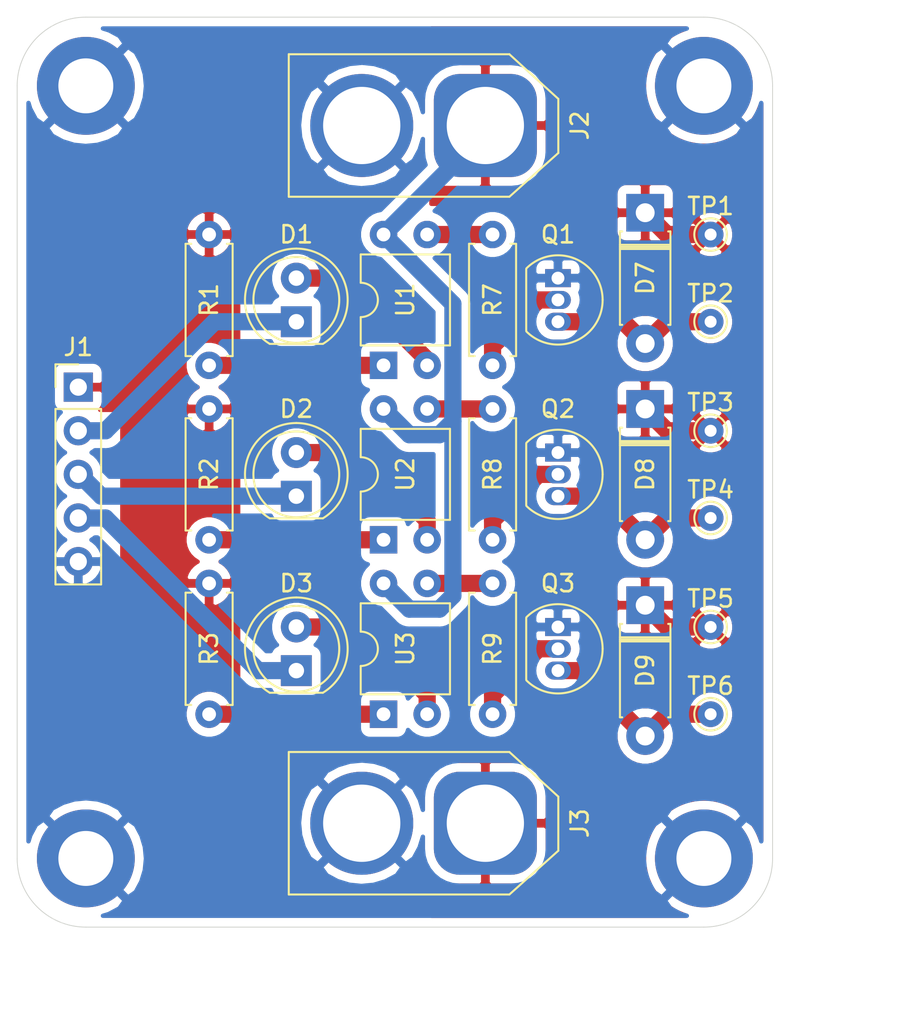
<source format=kicad_pcb>
(kicad_pcb (version 20171130) (host pcbnew "(5.1.9)-1")

  (general
    (thickness 1.6)
    (drawings 12)
    (tracks 62)
    (zones 0)
    (modules 31)
    (nets 22)
  )

  (page A4)
  (layers
    (0 F.Cu signal)
    (31 B.Cu signal)
    (32 B.Adhes user)
    (33 F.Adhes user)
    (34 B.Paste user)
    (35 F.Paste user)
    (36 B.SilkS user)
    (37 F.SilkS user)
    (38 B.Mask user)
    (39 F.Mask user)
    (40 Dwgs.User user)
    (41 Cmts.User user)
    (42 Eco1.User user)
    (43 Eco2.User user)
    (44 Edge.Cuts user)
    (45 Margin user)
    (46 B.CrtYd user)
    (47 F.CrtYd user)
    (48 B.Fab user hide)
    (49 F.Fab user hide)
  )

  (setup
    (last_trace_width 1)
    (user_trace_width 1)
    (user_trace_width 2)
    (user_trace_width 4)
    (trace_clearance 0.2)
    (zone_clearance 0.508)
    (zone_45_only no)
    (trace_min 0.2)
    (via_size 0.8)
    (via_drill 0.4)
    (via_min_size 0.4)
    (via_min_drill 0.3)
    (uvia_size 0.3)
    (uvia_drill 0.1)
    (uvias_allowed no)
    (uvia_min_size 0.2)
    (uvia_min_drill 0.1)
    (edge_width 0.05)
    (segment_width 0.2)
    (pcb_text_width 0.3)
    (pcb_text_size 1.5 1.5)
    (mod_edge_width 0.12)
    (mod_text_size 1 1)
    (mod_text_width 0.15)
    (pad_size 1.524 1.524)
    (pad_drill 0.762)
    (pad_to_mask_clearance 0)
    (aux_axis_origin 0 0)
    (visible_elements 7FFFFFFF)
    (pcbplotparams
      (layerselection 0x010fc_ffffffff)
      (usegerberextensions false)
      (usegerberattributes true)
      (usegerberadvancedattributes true)
      (creategerberjobfile true)
      (excludeedgelayer true)
      (linewidth 0.100000)
      (plotframeref false)
      (viasonmask false)
      (mode 1)
      (useauxorigin false)
      (hpglpennumber 1)
      (hpglpenspeed 20)
      (hpglpendiameter 15.000000)
      (psnegative false)
      (psa4output false)
      (plotreference true)
      (plotvalue true)
      (plotinvisibletext false)
      (padsonsilk false)
      (subtractmaskfromsilk false)
      (outputformat 1)
      (mirror false)
      (drillshape 1)
      (scaleselection 1)
      (outputdirectory ""))
  )

  (net 0 "")
  (net 1 GND)
  (net 2 "Net-(D1-Pad2)")
  (net 3 "Net-(D2-Pad2)")
  (net 4 "Net-(D3-Pad2)")
  (net 5 IN1)
  (net 6 IN2)
  (net 7 IN3)
  (net 8 "Net-(D7-Pad2)")
  (net 9 "Net-(D8-Pad2)")
  (net 10 "Net-(D9-Pad2)")
  (net 11 +5V)
  (net 12 "Net-(R7-Pad2)")
  (net 13 "Net-(R8-Pad2)")
  (net 14 "Net-(R9-Pad2)")
  (net 15 "Net-(Q1-Pad2)")
  (net 16 "Net-(Q2-Pad2)")
  (net 17 "Net-(Q3-Pad2)")
  (net 18 +12V)
  (net 19 "Net-(R1-Pad1)")
  (net 20 "Net-(R2-Pad1)")
  (net 21 "Net-(R3-Pad1)")

  (net_class Default "This is the default net class."
    (clearance 0.2)
    (trace_width 0.25)
    (via_dia 0.8)
    (via_drill 0.4)
    (uvia_dia 0.3)
    (uvia_drill 0.1)
    (add_net +12V)
    (add_net +5V)
    (add_net GND)
    (add_net IN1)
    (add_net IN2)
    (add_net IN3)
    (add_net "Net-(D1-Pad2)")
    (add_net "Net-(D2-Pad2)")
    (add_net "Net-(D3-Pad2)")
    (add_net "Net-(D7-Pad2)")
    (add_net "Net-(D8-Pad2)")
    (add_net "Net-(D9-Pad2)")
    (add_net "Net-(Q1-Pad2)")
    (add_net "Net-(Q2-Pad2)")
    (add_net "Net-(Q3-Pad2)")
    (add_net "Net-(R1-Pad1)")
    (add_net "Net-(R2-Pad1)")
    (add_net "Net-(R3-Pad1)")
    (add_net "Net-(R7-Pad2)")
    (add_net "Net-(R8-Pad2)")
    (add_net "Net-(R9-Pad2)")
  )

  (module TestPoint:TestPoint_THTPad_D1.5mm_Drill0.7mm (layer F.Cu) (tedit 5A0F774F) (tstamp 60B69541)
    (at 72.39 101.6)
    (descr "THT pad as test Point, diameter 1.5mm, hole diameter 0.7mm")
    (tags "test point THT pad")
    (path /60B78839)
    (attr virtual)
    (fp_text reference TP6 (at 0 -1.648) (layer F.SilkS)
      (effects (font (size 1 1) (thickness 0.15)))
    )
    (fp_text value TestPoint (at 0 1.75) (layer F.Fab)
      (effects (font (size 1 1) (thickness 0.15)))
    )
    (fp_text user %R (at 0 -1.65) (layer F.Fab)
      (effects (font (size 1 1) (thickness 0.15)))
    )
    (fp_circle (center 0 0) (end 1.25 0) (layer F.CrtYd) (width 0.05))
    (fp_circle (center 0 0) (end 0 0.95) (layer F.SilkS) (width 0.12))
    (pad 1 thru_hole circle (at 0 0) (size 1.5 1.5) (drill 0.7) (layers *.Cu *.Mask)
      (net 10 "Net-(D9-Pad2)"))
  )

  (module TestPoint:TestPoint_THTPad_D1.5mm_Drill0.7mm (layer F.Cu) (tedit 5A0F774F) (tstamp 60B69533)
    (at 72.39 96.52)
    (descr "THT pad as test Point, diameter 1.5mm, hole diameter 0.7mm")
    (tags "test point THT pad")
    (path /60B78833)
    (attr virtual)
    (fp_text reference TP5 (at 0 -1.648) (layer F.SilkS)
      (effects (font (size 1 1) (thickness 0.15)))
    )
    (fp_text value TestPoint (at 0 1.75) (layer F.Fab)
      (effects (font (size 1 1) (thickness 0.15)))
    )
    (fp_text user %R (at 0 -1.65) (layer F.Fab)
      (effects (font (size 1 1) (thickness 0.15)))
    )
    (fp_circle (center 0 0) (end 1.25 0) (layer F.CrtYd) (width 0.05))
    (fp_circle (center 0 0) (end 0 0.95) (layer F.SilkS) (width 0.12))
    (pad 1 thru_hole circle (at 0 0) (size 1.5 1.5) (drill 0.7) (layers *.Cu *.Mask)
      (net 18 +12V))
  )

  (module TestPoint:TestPoint_THTPad_D1.5mm_Drill0.7mm (layer F.Cu) (tedit 5A0F774F) (tstamp 60B69525)
    (at 72.39 90.17)
    (descr "THT pad as test Point, diameter 1.5mm, hole diameter 0.7mm")
    (tags "test point THT pad")
    (path /60B76692)
    (attr virtual)
    (fp_text reference TP4 (at 0 -1.648) (layer F.SilkS)
      (effects (font (size 1 1) (thickness 0.15)))
    )
    (fp_text value TestPoint (at 0 1.75) (layer F.Fab)
      (effects (font (size 1 1) (thickness 0.15)))
    )
    (fp_text user %R (at 0 -1.65) (layer F.Fab)
      (effects (font (size 1 1) (thickness 0.15)))
    )
    (fp_circle (center 0 0) (end 1.25 0) (layer F.CrtYd) (width 0.05))
    (fp_circle (center 0 0) (end 0 0.95) (layer F.SilkS) (width 0.12))
    (pad 1 thru_hole circle (at 0 0) (size 1.5 1.5) (drill 0.7) (layers *.Cu *.Mask)
      (net 9 "Net-(D8-Pad2)"))
  )

  (module TestPoint:TestPoint_THTPad_D1.5mm_Drill0.7mm (layer F.Cu) (tedit 5A0F774F) (tstamp 60B69517)
    (at 72.39 85.09)
    (descr "THT pad as test Point, diameter 1.5mm, hole diameter 0.7mm")
    (tags "test point THT pad")
    (path /60B7668C)
    (attr virtual)
    (fp_text reference TP3 (at 0 -1.648) (layer F.SilkS)
      (effects (font (size 1 1) (thickness 0.15)))
    )
    (fp_text value TestPoint (at 0 1.75) (layer F.Fab)
      (effects (font (size 1 1) (thickness 0.15)))
    )
    (fp_text user %R (at 0 -1.65) (layer F.Fab)
      (effects (font (size 1 1) (thickness 0.15)))
    )
    (fp_circle (center 0 0) (end 1.25 0) (layer F.CrtYd) (width 0.05))
    (fp_circle (center 0 0) (end 0 0.95) (layer F.SilkS) (width 0.12))
    (pad 1 thru_hole circle (at 0 0) (size 1.5 1.5) (drill 0.7) (layers *.Cu *.Mask)
      (net 18 +12V))
  )

  (module TestPoint:TestPoint_THTPad_D1.5mm_Drill0.7mm (layer F.Cu) (tedit 5A0F774F) (tstamp 60B6BDAE)
    (at 72.39 78.74)
    (descr "THT pad as test Point, diameter 1.5mm, hole diameter 0.7mm")
    (tags "test point THT pad")
    (path /60B74CE3)
    (attr virtual)
    (fp_text reference TP2 (at 0 -1.648) (layer F.SilkS)
      (effects (font (size 1 1) (thickness 0.15)))
    )
    (fp_text value TestPoint (at 0 1.75) (layer F.Fab)
      (effects (font (size 1 1) (thickness 0.15)))
    )
    (fp_text user %R (at 0 -1.65) (layer F.Fab)
      (effects (font (size 1 1) (thickness 0.15)))
    )
    (fp_circle (center 0 0) (end 1.25 0) (layer F.CrtYd) (width 0.05))
    (fp_circle (center 0 0) (end 0 0.95) (layer F.SilkS) (width 0.12))
    (pad 1 thru_hole circle (at 0 0) (size 1.5 1.5) (drill 0.7) (layers *.Cu *.Mask)
      (net 8 "Net-(D7-Pad2)"))
  )

  (module TestPoint:TestPoint_THTPad_D1.5mm_Drill0.7mm (layer F.Cu) (tedit 5A0F774F) (tstamp 60B694FB)
    (at 72.39 73.66)
    (descr "THT pad as test Point, diameter 1.5mm, hole diameter 0.7mm")
    (tags "test point THT pad")
    (path /60B73EE9)
    (attr virtual)
    (fp_text reference TP1 (at 0 -1.648) (layer F.SilkS)
      (effects (font (size 1 1) (thickness 0.15)))
    )
    (fp_text value TestPoint (at 0 1.75) (layer F.Fab)
      (effects (font (size 1 1) (thickness 0.15)))
    )
    (fp_text user %R (at 0 -1.65) (layer F.Fab)
      (effects (font (size 1 1) (thickness 0.15)))
    )
    (fp_circle (center 0 0) (end 1.25 0) (layer F.CrtYd) (width 0.05))
    (fp_circle (center 0 0) (end 0 0.95) (layer F.SilkS) (width 0.12))
    (pad 1 thru_hole circle (at 0 0) (size 1.5 1.5) (drill 0.7) (layers *.Cu *.Mask)
      (net 18 +12V))
  )

  (module Package_DIP:DIP-4_W7.62mm (layer F.Cu) (tedit 5A02E8C5) (tstamp 60B69589)
    (at 53.34 101.6 90)
    (descr "4-lead though-hole mounted DIP package, row spacing 7.62 mm (300 mils)")
    (tags "THT DIP DIL PDIP 2.54mm 7.62mm 300mil")
    (path /60B7D215)
    (fp_text reference U3 (at 3.81 1.27 90) (layer F.SilkS)
      (effects (font (size 1 1) (thickness 0.15)))
    )
    (fp_text value EL817 (at 3.81 4.87 90) (layer F.Fab)
      (effects (font (size 1 1) (thickness 0.15)))
    )
    (fp_text user %R (at 3.81 1.27 90) (layer F.Fab)
      (effects (font (size 1 1) (thickness 0.15)))
    )
    (fp_arc (start 3.81 -1.33) (end 2.81 -1.33) (angle -180) (layer F.SilkS) (width 0.12))
    (fp_line (start 1.635 -1.27) (end 6.985 -1.27) (layer F.Fab) (width 0.1))
    (fp_line (start 6.985 -1.27) (end 6.985 3.81) (layer F.Fab) (width 0.1))
    (fp_line (start 6.985 3.81) (end 0.635 3.81) (layer F.Fab) (width 0.1))
    (fp_line (start 0.635 3.81) (end 0.635 -0.27) (layer F.Fab) (width 0.1))
    (fp_line (start 0.635 -0.27) (end 1.635 -1.27) (layer F.Fab) (width 0.1))
    (fp_line (start 2.81 -1.33) (end 1.16 -1.33) (layer F.SilkS) (width 0.12))
    (fp_line (start 1.16 -1.33) (end 1.16 3.87) (layer F.SilkS) (width 0.12))
    (fp_line (start 1.16 3.87) (end 6.46 3.87) (layer F.SilkS) (width 0.12))
    (fp_line (start 6.46 3.87) (end 6.46 -1.33) (layer F.SilkS) (width 0.12))
    (fp_line (start 6.46 -1.33) (end 4.81 -1.33) (layer F.SilkS) (width 0.12))
    (fp_line (start -1.1 -1.55) (end -1.1 4.1) (layer F.CrtYd) (width 0.05))
    (fp_line (start -1.1 4.1) (end 8.7 4.1) (layer F.CrtYd) (width 0.05))
    (fp_line (start 8.7 4.1) (end 8.7 -1.55) (layer F.CrtYd) (width 0.05))
    (fp_line (start 8.7 -1.55) (end -1.1 -1.55) (layer F.CrtYd) (width 0.05))
    (pad 4 thru_hole oval (at 7.62 0 90) (size 1.6 1.6) (drill 0.8) (layers *.Cu *.Mask)
      (net 18 +12V))
    (pad 2 thru_hole oval (at 0 2.54 90) (size 1.6 1.6) (drill 0.8) (layers *.Cu *.Mask)
      (net 4 "Net-(D3-Pad2)"))
    (pad 3 thru_hole oval (at 7.62 2.54 90) (size 1.6 1.6) (drill 0.8) (layers *.Cu *.Mask)
      (net 14 "Net-(R9-Pad2)"))
    (pad 1 thru_hole rect (at 0 0 90) (size 1.6 1.6) (drill 0.8) (layers *.Cu *.Mask)
      (net 21 "Net-(R3-Pad1)"))
    (model ${KISYS3DMOD}/Package_DIP.3dshapes/DIP-4_W7.62mm.wrl
      (at (xyz 0 0 0))
      (scale (xyz 1 1 1))
      (rotate (xyz 0 0 0))
    )
  )

  (module Package_DIP:DIP-4_W7.62mm (layer F.Cu) (tedit 5A02E8C5) (tstamp 60B69571)
    (at 53.34 91.44 90)
    (descr "4-lead though-hole mounted DIP package, row spacing 7.62 mm (300 mils)")
    (tags "THT DIP DIL PDIP 2.54mm 7.62mm 300mil")
    (path /60B7C2EA)
    (fp_text reference U2 (at 3.81 1.27 90) (layer F.SilkS)
      (effects (font (size 1 1) (thickness 0.15)))
    )
    (fp_text value EL817 (at 3.81 4.87 90) (layer F.Fab)
      (effects (font (size 1 1) (thickness 0.15)))
    )
    (fp_text user %R (at 3.81 1.27 90) (layer F.Fab)
      (effects (font (size 1 1) (thickness 0.15)))
    )
    (fp_arc (start 3.81 -1.33) (end 2.81 -1.33) (angle -180) (layer F.SilkS) (width 0.12))
    (fp_line (start 1.635 -1.27) (end 6.985 -1.27) (layer F.Fab) (width 0.1))
    (fp_line (start 6.985 -1.27) (end 6.985 3.81) (layer F.Fab) (width 0.1))
    (fp_line (start 6.985 3.81) (end 0.635 3.81) (layer F.Fab) (width 0.1))
    (fp_line (start 0.635 3.81) (end 0.635 -0.27) (layer F.Fab) (width 0.1))
    (fp_line (start 0.635 -0.27) (end 1.635 -1.27) (layer F.Fab) (width 0.1))
    (fp_line (start 2.81 -1.33) (end 1.16 -1.33) (layer F.SilkS) (width 0.12))
    (fp_line (start 1.16 -1.33) (end 1.16 3.87) (layer F.SilkS) (width 0.12))
    (fp_line (start 1.16 3.87) (end 6.46 3.87) (layer F.SilkS) (width 0.12))
    (fp_line (start 6.46 3.87) (end 6.46 -1.33) (layer F.SilkS) (width 0.12))
    (fp_line (start 6.46 -1.33) (end 4.81 -1.33) (layer F.SilkS) (width 0.12))
    (fp_line (start -1.1 -1.55) (end -1.1 4.1) (layer F.CrtYd) (width 0.05))
    (fp_line (start -1.1 4.1) (end 8.7 4.1) (layer F.CrtYd) (width 0.05))
    (fp_line (start 8.7 4.1) (end 8.7 -1.55) (layer F.CrtYd) (width 0.05))
    (fp_line (start 8.7 -1.55) (end -1.1 -1.55) (layer F.CrtYd) (width 0.05))
    (pad 4 thru_hole oval (at 7.62 0 90) (size 1.6 1.6) (drill 0.8) (layers *.Cu *.Mask)
      (net 18 +12V))
    (pad 2 thru_hole oval (at 0 2.54 90) (size 1.6 1.6) (drill 0.8) (layers *.Cu *.Mask)
      (net 3 "Net-(D2-Pad2)"))
    (pad 3 thru_hole oval (at 7.62 2.54 90) (size 1.6 1.6) (drill 0.8) (layers *.Cu *.Mask)
      (net 13 "Net-(R8-Pad2)"))
    (pad 1 thru_hole rect (at 0 0 90) (size 1.6 1.6) (drill 0.8) (layers *.Cu *.Mask)
      (net 20 "Net-(R2-Pad1)"))
    (model ${KISYS3DMOD}/Package_DIP.3dshapes/DIP-4_W7.62mm.wrl
      (at (xyz 0 0 0))
      (scale (xyz 1 1 1))
      (rotate (xyz 0 0 0))
    )
  )

  (module Package_DIP:DIP-4_W7.62mm (layer F.Cu) (tedit 5A02E8C5) (tstamp 60B69559)
    (at 53.34 81.28 90)
    (descr "4-lead though-hole mounted DIP package, row spacing 7.62 mm (300 mils)")
    (tags "THT DIP DIL PDIP 2.54mm 7.62mm 300mil")
    (path /60B7A88A)
    (fp_text reference U1 (at 3.81 1.27 90) (layer F.SilkS)
      (effects (font (size 1 1) (thickness 0.15)))
    )
    (fp_text value EL817 (at 3.81 4.87 90) (layer F.Fab)
      (effects (font (size 1 1) (thickness 0.15)))
    )
    (fp_text user %R (at 3.81 1.27 90) (layer F.Fab)
      (effects (font (size 1 1) (thickness 0.15)))
    )
    (fp_arc (start 3.81 -1.33) (end 2.81 -1.33) (angle -180) (layer F.SilkS) (width 0.12))
    (fp_line (start 1.635 -1.27) (end 6.985 -1.27) (layer F.Fab) (width 0.1))
    (fp_line (start 6.985 -1.27) (end 6.985 3.81) (layer F.Fab) (width 0.1))
    (fp_line (start 6.985 3.81) (end 0.635 3.81) (layer F.Fab) (width 0.1))
    (fp_line (start 0.635 3.81) (end 0.635 -0.27) (layer F.Fab) (width 0.1))
    (fp_line (start 0.635 -0.27) (end 1.635 -1.27) (layer F.Fab) (width 0.1))
    (fp_line (start 2.81 -1.33) (end 1.16 -1.33) (layer F.SilkS) (width 0.12))
    (fp_line (start 1.16 -1.33) (end 1.16 3.87) (layer F.SilkS) (width 0.12))
    (fp_line (start 1.16 3.87) (end 6.46 3.87) (layer F.SilkS) (width 0.12))
    (fp_line (start 6.46 3.87) (end 6.46 -1.33) (layer F.SilkS) (width 0.12))
    (fp_line (start 6.46 -1.33) (end 4.81 -1.33) (layer F.SilkS) (width 0.12))
    (fp_line (start -1.1 -1.55) (end -1.1 4.1) (layer F.CrtYd) (width 0.05))
    (fp_line (start -1.1 4.1) (end 8.7 4.1) (layer F.CrtYd) (width 0.05))
    (fp_line (start 8.7 4.1) (end 8.7 -1.55) (layer F.CrtYd) (width 0.05))
    (fp_line (start 8.7 -1.55) (end -1.1 -1.55) (layer F.CrtYd) (width 0.05))
    (pad 4 thru_hole oval (at 7.62 0 90) (size 1.6 1.6) (drill 0.8) (layers *.Cu *.Mask)
      (net 18 +12V))
    (pad 2 thru_hole oval (at 0 2.54 90) (size 1.6 1.6) (drill 0.8) (layers *.Cu *.Mask)
      (net 2 "Net-(D1-Pad2)"))
    (pad 3 thru_hole oval (at 7.62 2.54 90) (size 1.6 1.6) (drill 0.8) (layers *.Cu *.Mask)
      (net 12 "Net-(R7-Pad2)"))
    (pad 1 thru_hole rect (at 0 0 90) (size 1.6 1.6) (drill 0.8) (layers *.Cu *.Mask)
      (net 19 "Net-(R1-Pad1)"))
    (model ${KISYS3DMOD}/Package_DIP.3dshapes/DIP-4_W7.62mm.wrl
      (at (xyz 0 0 0))
      (scale (xyz 1 1 1))
      (rotate (xyz 0 0 0))
    )
  )

  (module Resistor_THT:R_Axial_DIN0207_L6.3mm_D2.5mm_P7.62mm_Horizontal (layer F.Cu) (tedit 5AE5139B) (tstamp 60B694ED)
    (at 59.69 101.6 90)
    (descr "Resistor, Axial_DIN0207 series, Axial, Horizontal, pin pitch=7.62mm, 0.25W = 1/4W, length*diameter=6.3*2.5mm^2, http://cdn-reichelt.de/documents/datenblatt/B400/1_4W%23YAG.pdf")
    (tags "Resistor Axial_DIN0207 series Axial Horizontal pin pitch 7.62mm 0.25W = 1/4W length 6.3mm diameter 2.5mm")
    (path /60A26B1C)
    (fp_text reference R9 (at 3.81 0 90) (layer F.SilkS)
      (effects (font (size 1 1) (thickness 0.15)))
    )
    (fp_text value 1k (at 3.81 2.37 90) (layer F.Fab)
      (effects (font (size 1 1) (thickness 0.15)))
    )
    (fp_text user %R (at 3.81 0 90) (layer F.Fab)
      (effects (font (size 1 1) (thickness 0.15)))
    )
    (fp_line (start 0.66 -1.25) (end 0.66 1.25) (layer F.Fab) (width 0.1))
    (fp_line (start 0.66 1.25) (end 6.96 1.25) (layer F.Fab) (width 0.1))
    (fp_line (start 6.96 1.25) (end 6.96 -1.25) (layer F.Fab) (width 0.1))
    (fp_line (start 6.96 -1.25) (end 0.66 -1.25) (layer F.Fab) (width 0.1))
    (fp_line (start 0 0) (end 0.66 0) (layer F.Fab) (width 0.1))
    (fp_line (start 7.62 0) (end 6.96 0) (layer F.Fab) (width 0.1))
    (fp_line (start 0.54 -1.04) (end 0.54 -1.37) (layer F.SilkS) (width 0.12))
    (fp_line (start 0.54 -1.37) (end 7.08 -1.37) (layer F.SilkS) (width 0.12))
    (fp_line (start 7.08 -1.37) (end 7.08 -1.04) (layer F.SilkS) (width 0.12))
    (fp_line (start 0.54 1.04) (end 0.54 1.37) (layer F.SilkS) (width 0.12))
    (fp_line (start 0.54 1.37) (end 7.08 1.37) (layer F.SilkS) (width 0.12))
    (fp_line (start 7.08 1.37) (end 7.08 1.04) (layer F.SilkS) (width 0.12))
    (fp_line (start -1.05 -1.5) (end -1.05 1.5) (layer F.CrtYd) (width 0.05))
    (fp_line (start -1.05 1.5) (end 8.67 1.5) (layer F.CrtYd) (width 0.05))
    (fp_line (start 8.67 1.5) (end 8.67 -1.5) (layer F.CrtYd) (width 0.05))
    (fp_line (start 8.67 -1.5) (end -1.05 -1.5) (layer F.CrtYd) (width 0.05))
    (pad 2 thru_hole oval (at 7.62 0 90) (size 1.6 1.6) (drill 0.8) (layers *.Cu *.Mask)
      (net 14 "Net-(R9-Pad2)"))
    (pad 1 thru_hole circle (at 0 0 90) (size 1.6 1.6) (drill 0.8) (layers *.Cu *.Mask)
      (net 17 "Net-(Q3-Pad2)"))
    (model ${KISYS3DMOD}/Resistor_THT.3dshapes/R_Axial_DIN0207_L6.3mm_D2.5mm_P7.62mm_Horizontal.wrl
      (at (xyz 0 0 0))
      (scale (xyz 1 1 1))
      (rotate (xyz 0 0 0))
    )
  )

  (module Resistor_THT:R_Axial_DIN0207_L6.3mm_D2.5mm_P7.62mm_Horizontal (layer F.Cu) (tedit 5AE5139B) (tstamp 60B694D6)
    (at 59.69 91.44 90)
    (descr "Resistor, Axial_DIN0207 series, Axial, Horizontal, pin pitch=7.62mm, 0.25W = 1/4W, length*diameter=6.3*2.5mm^2, http://cdn-reichelt.de/documents/datenblatt/B400/1_4W%23YAG.pdf")
    (tags "Resistor Axial_DIN0207 series Axial Horizontal pin pitch 7.62mm 0.25W = 1/4W length 6.3mm diameter 2.5mm")
    (path /60A17389)
    (fp_text reference R8 (at 3.81 0 90) (layer F.SilkS)
      (effects (font (size 1 1) (thickness 0.15)))
    )
    (fp_text value 1k (at 3.81 2.37 90) (layer F.Fab)
      (effects (font (size 1 1) (thickness 0.15)))
    )
    (fp_text user %R (at 3.81 0 90) (layer F.Fab)
      (effects (font (size 1 1) (thickness 0.15)))
    )
    (fp_line (start 0.66 -1.25) (end 0.66 1.25) (layer F.Fab) (width 0.1))
    (fp_line (start 0.66 1.25) (end 6.96 1.25) (layer F.Fab) (width 0.1))
    (fp_line (start 6.96 1.25) (end 6.96 -1.25) (layer F.Fab) (width 0.1))
    (fp_line (start 6.96 -1.25) (end 0.66 -1.25) (layer F.Fab) (width 0.1))
    (fp_line (start 0 0) (end 0.66 0) (layer F.Fab) (width 0.1))
    (fp_line (start 7.62 0) (end 6.96 0) (layer F.Fab) (width 0.1))
    (fp_line (start 0.54 -1.04) (end 0.54 -1.37) (layer F.SilkS) (width 0.12))
    (fp_line (start 0.54 -1.37) (end 7.08 -1.37) (layer F.SilkS) (width 0.12))
    (fp_line (start 7.08 -1.37) (end 7.08 -1.04) (layer F.SilkS) (width 0.12))
    (fp_line (start 0.54 1.04) (end 0.54 1.37) (layer F.SilkS) (width 0.12))
    (fp_line (start 0.54 1.37) (end 7.08 1.37) (layer F.SilkS) (width 0.12))
    (fp_line (start 7.08 1.37) (end 7.08 1.04) (layer F.SilkS) (width 0.12))
    (fp_line (start -1.05 -1.5) (end -1.05 1.5) (layer F.CrtYd) (width 0.05))
    (fp_line (start -1.05 1.5) (end 8.67 1.5) (layer F.CrtYd) (width 0.05))
    (fp_line (start 8.67 1.5) (end 8.67 -1.5) (layer F.CrtYd) (width 0.05))
    (fp_line (start 8.67 -1.5) (end -1.05 -1.5) (layer F.CrtYd) (width 0.05))
    (pad 2 thru_hole oval (at 7.62 0 90) (size 1.6 1.6) (drill 0.8) (layers *.Cu *.Mask)
      (net 13 "Net-(R8-Pad2)"))
    (pad 1 thru_hole circle (at 0 0 90) (size 1.6 1.6) (drill 0.8) (layers *.Cu *.Mask)
      (net 16 "Net-(Q2-Pad2)"))
    (model ${KISYS3DMOD}/Resistor_THT.3dshapes/R_Axial_DIN0207_L6.3mm_D2.5mm_P7.62mm_Horizontal.wrl
      (at (xyz 0 0 0))
      (scale (xyz 1 1 1))
      (rotate (xyz 0 0 0))
    )
  )

  (module Resistor_THT:R_Axial_DIN0207_L6.3mm_D2.5mm_P7.62mm_Horizontal (layer F.Cu) (tedit 5AE5139B) (tstamp 60B694BF)
    (at 59.69 81.28 90)
    (descr "Resistor, Axial_DIN0207 series, Axial, Horizontal, pin pitch=7.62mm, 0.25W = 1/4W, length*diameter=6.3*2.5mm^2, http://cdn-reichelt.de/documents/datenblatt/B400/1_4W%23YAG.pdf")
    (tags "Resistor Axial_DIN0207 series Axial Horizontal pin pitch 7.62mm 0.25W = 1/4W length 6.3mm diameter 2.5mm")
    (path /609D9EEE)
    (fp_text reference R7 (at 3.81 0 90) (layer F.SilkS)
      (effects (font (size 1 1) (thickness 0.15)))
    )
    (fp_text value 1k (at 3.81 2.37 90) (layer F.Fab)
      (effects (font (size 1 1) (thickness 0.15)))
    )
    (fp_text user %R (at 3.81 0 90) (layer F.Fab)
      (effects (font (size 1 1) (thickness 0.15)))
    )
    (fp_line (start 0.66 -1.25) (end 0.66 1.25) (layer F.Fab) (width 0.1))
    (fp_line (start 0.66 1.25) (end 6.96 1.25) (layer F.Fab) (width 0.1))
    (fp_line (start 6.96 1.25) (end 6.96 -1.25) (layer F.Fab) (width 0.1))
    (fp_line (start 6.96 -1.25) (end 0.66 -1.25) (layer F.Fab) (width 0.1))
    (fp_line (start 0 0) (end 0.66 0) (layer F.Fab) (width 0.1))
    (fp_line (start 7.62 0) (end 6.96 0) (layer F.Fab) (width 0.1))
    (fp_line (start 0.54 -1.04) (end 0.54 -1.37) (layer F.SilkS) (width 0.12))
    (fp_line (start 0.54 -1.37) (end 7.08 -1.37) (layer F.SilkS) (width 0.12))
    (fp_line (start 7.08 -1.37) (end 7.08 -1.04) (layer F.SilkS) (width 0.12))
    (fp_line (start 0.54 1.04) (end 0.54 1.37) (layer F.SilkS) (width 0.12))
    (fp_line (start 0.54 1.37) (end 7.08 1.37) (layer F.SilkS) (width 0.12))
    (fp_line (start 7.08 1.37) (end 7.08 1.04) (layer F.SilkS) (width 0.12))
    (fp_line (start -1.05 -1.5) (end -1.05 1.5) (layer F.CrtYd) (width 0.05))
    (fp_line (start -1.05 1.5) (end 8.67 1.5) (layer F.CrtYd) (width 0.05))
    (fp_line (start 8.67 1.5) (end 8.67 -1.5) (layer F.CrtYd) (width 0.05))
    (fp_line (start 8.67 -1.5) (end -1.05 -1.5) (layer F.CrtYd) (width 0.05))
    (pad 2 thru_hole oval (at 7.62 0 90) (size 1.6 1.6) (drill 0.8) (layers *.Cu *.Mask)
      (net 12 "Net-(R7-Pad2)"))
    (pad 1 thru_hole circle (at 0 0 90) (size 1.6 1.6) (drill 0.8) (layers *.Cu *.Mask)
      (net 15 "Net-(Q1-Pad2)"))
    (model ${KISYS3DMOD}/Resistor_THT.3dshapes/R_Axial_DIN0207_L6.3mm_D2.5mm_P7.62mm_Horizontal.wrl
      (at (xyz 0 0 0))
      (scale (xyz 1 1 1))
      (rotate (xyz 0 0 0))
    )
  )

  (module Resistor_THT:R_Axial_DIN0207_L6.3mm_D2.5mm_P7.62mm_Horizontal (layer F.Cu) (tedit 5AE5139B) (tstamp 60B694A8)
    (at 43.18 101.6 90)
    (descr "Resistor, Axial_DIN0207 series, Axial, Horizontal, pin pitch=7.62mm, 0.25W = 1/4W, length*diameter=6.3*2.5mm^2, http://cdn-reichelt.de/documents/datenblatt/B400/1_4W%23YAG.pdf")
    (tags "Resistor Axial_DIN0207 series Axial Horizontal pin pitch 7.62mm 0.25W = 1/4W length 6.3mm diameter 2.5mm")
    (path /60BA1EE2)
    (fp_text reference R3 (at 3.81 0 90) (layer F.SilkS)
      (effects (font (size 1 1) (thickness 0.15)))
    )
    (fp_text value 1k (at 3.81 2.37 90) (layer F.Fab)
      (effects (font (size 1 1) (thickness 0.15)))
    )
    (fp_text user %R (at 3.81 0 90) (layer F.Fab)
      (effects (font (size 1 1) (thickness 0.15)))
    )
    (fp_line (start 0.66 -1.25) (end 0.66 1.25) (layer F.Fab) (width 0.1))
    (fp_line (start 0.66 1.25) (end 6.96 1.25) (layer F.Fab) (width 0.1))
    (fp_line (start 6.96 1.25) (end 6.96 -1.25) (layer F.Fab) (width 0.1))
    (fp_line (start 6.96 -1.25) (end 0.66 -1.25) (layer F.Fab) (width 0.1))
    (fp_line (start 0 0) (end 0.66 0) (layer F.Fab) (width 0.1))
    (fp_line (start 7.62 0) (end 6.96 0) (layer F.Fab) (width 0.1))
    (fp_line (start 0.54 -1.04) (end 0.54 -1.37) (layer F.SilkS) (width 0.12))
    (fp_line (start 0.54 -1.37) (end 7.08 -1.37) (layer F.SilkS) (width 0.12))
    (fp_line (start 7.08 -1.37) (end 7.08 -1.04) (layer F.SilkS) (width 0.12))
    (fp_line (start 0.54 1.04) (end 0.54 1.37) (layer F.SilkS) (width 0.12))
    (fp_line (start 0.54 1.37) (end 7.08 1.37) (layer F.SilkS) (width 0.12))
    (fp_line (start 7.08 1.37) (end 7.08 1.04) (layer F.SilkS) (width 0.12))
    (fp_line (start -1.05 -1.5) (end -1.05 1.5) (layer F.CrtYd) (width 0.05))
    (fp_line (start -1.05 1.5) (end 8.67 1.5) (layer F.CrtYd) (width 0.05))
    (fp_line (start 8.67 1.5) (end 8.67 -1.5) (layer F.CrtYd) (width 0.05))
    (fp_line (start 8.67 -1.5) (end -1.05 -1.5) (layer F.CrtYd) (width 0.05))
    (pad 2 thru_hole oval (at 7.62 0 90) (size 1.6 1.6) (drill 0.8) (layers *.Cu *.Mask)
      (net 11 +5V))
    (pad 1 thru_hole circle (at 0 0 90) (size 1.6 1.6) (drill 0.8) (layers *.Cu *.Mask)
      (net 21 "Net-(R3-Pad1)"))
    (model ${KISYS3DMOD}/Resistor_THT.3dshapes/R_Axial_DIN0207_L6.3mm_D2.5mm_P7.62mm_Horizontal.wrl
      (at (xyz 0 0 0))
      (scale (xyz 1 1 1))
      (rotate (xyz 0 0 0))
    )
  )

  (module Resistor_THT:R_Axial_DIN0207_L6.3mm_D2.5mm_P7.62mm_Horizontal (layer F.Cu) (tedit 5AE5139B) (tstamp 60B69491)
    (at 43.18 91.44 90)
    (descr "Resistor, Axial_DIN0207 series, Axial, Horizontal, pin pitch=7.62mm, 0.25W = 1/4W, length*diameter=6.3*2.5mm^2, http://cdn-reichelt.de/documents/datenblatt/B400/1_4W%23YAG.pdf")
    (tags "Resistor Axial_DIN0207 series Axial Horizontal pin pitch 7.62mm 0.25W = 1/4W length 6.3mm diameter 2.5mm")
    (path /60B9235A)
    (fp_text reference R2 (at 3.81 0 90) (layer F.SilkS)
      (effects (font (size 1 1) (thickness 0.15)))
    )
    (fp_text value 1k (at 3.81 2.37 90) (layer F.Fab)
      (effects (font (size 1 1) (thickness 0.15)))
    )
    (fp_text user %R (at 3.81 0 90) (layer F.Fab)
      (effects (font (size 1 1) (thickness 0.15)))
    )
    (fp_line (start 0.66 -1.25) (end 0.66 1.25) (layer F.Fab) (width 0.1))
    (fp_line (start 0.66 1.25) (end 6.96 1.25) (layer F.Fab) (width 0.1))
    (fp_line (start 6.96 1.25) (end 6.96 -1.25) (layer F.Fab) (width 0.1))
    (fp_line (start 6.96 -1.25) (end 0.66 -1.25) (layer F.Fab) (width 0.1))
    (fp_line (start 0 0) (end 0.66 0) (layer F.Fab) (width 0.1))
    (fp_line (start 7.62 0) (end 6.96 0) (layer F.Fab) (width 0.1))
    (fp_line (start 0.54 -1.04) (end 0.54 -1.37) (layer F.SilkS) (width 0.12))
    (fp_line (start 0.54 -1.37) (end 7.08 -1.37) (layer F.SilkS) (width 0.12))
    (fp_line (start 7.08 -1.37) (end 7.08 -1.04) (layer F.SilkS) (width 0.12))
    (fp_line (start 0.54 1.04) (end 0.54 1.37) (layer F.SilkS) (width 0.12))
    (fp_line (start 0.54 1.37) (end 7.08 1.37) (layer F.SilkS) (width 0.12))
    (fp_line (start 7.08 1.37) (end 7.08 1.04) (layer F.SilkS) (width 0.12))
    (fp_line (start -1.05 -1.5) (end -1.05 1.5) (layer F.CrtYd) (width 0.05))
    (fp_line (start -1.05 1.5) (end 8.67 1.5) (layer F.CrtYd) (width 0.05))
    (fp_line (start 8.67 1.5) (end 8.67 -1.5) (layer F.CrtYd) (width 0.05))
    (fp_line (start 8.67 -1.5) (end -1.05 -1.5) (layer F.CrtYd) (width 0.05))
    (pad 2 thru_hole oval (at 7.62 0 90) (size 1.6 1.6) (drill 0.8) (layers *.Cu *.Mask)
      (net 11 +5V))
    (pad 1 thru_hole circle (at 0 0 90) (size 1.6 1.6) (drill 0.8) (layers *.Cu *.Mask)
      (net 20 "Net-(R2-Pad1)"))
    (model ${KISYS3DMOD}/Resistor_THT.3dshapes/R_Axial_DIN0207_L6.3mm_D2.5mm_P7.62mm_Horizontal.wrl
      (at (xyz 0 0 0))
      (scale (xyz 1 1 1))
      (rotate (xyz 0 0 0))
    )
  )

  (module Resistor_THT:R_Axial_DIN0207_L6.3mm_D2.5mm_P7.62mm_Horizontal (layer F.Cu) (tedit 5AE5139B) (tstamp 60B6947A)
    (at 43.18 81.28 90)
    (descr "Resistor, Axial_DIN0207 series, Axial, Horizontal, pin pitch=7.62mm, 0.25W = 1/4W, length*diameter=6.3*2.5mm^2, http://cdn-reichelt.de/documents/datenblatt/B400/1_4W%23YAG.pdf")
    (tags "Resistor Axial_DIN0207 series Axial Horizontal pin pitch 7.62mm 0.25W = 1/4W length 6.3mm diameter 2.5mm")
    (path /60BA15F5)
    (fp_text reference R1 (at 3.81 0 90) (layer F.SilkS)
      (effects (font (size 1 1) (thickness 0.15)))
    )
    (fp_text value 1k (at 3.81 2.37 90) (layer F.Fab)
      (effects (font (size 1 1) (thickness 0.15)))
    )
    (fp_text user %R (at 3.81 0 90) (layer F.Fab)
      (effects (font (size 1 1) (thickness 0.15)))
    )
    (fp_line (start 0.66 -1.25) (end 0.66 1.25) (layer F.Fab) (width 0.1))
    (fp_line (start 0.66 1.25) (end 6.96 1.25) (layer F.Fab) (width 0.1))
    (fp_line (start 6.96 1.25) (end 6.96 -1.25) (layer F.Fab) (width 0.1))
    (fp_line (start 6.96 -1.25) (end 0.66 -1.25) (layer F.Fab) (width 0.1))
    (fp_line (start 0 0) (end 0.66 0) (layer F.Fab) (width 0.1))
    (fp_line (start 7.62 0) (end 6.96 0) (layer F.Fab) (width 0.1))
    (fp_line (start 0.54 -1.04) (end 0.54 -1.37) (layer F.SilkS) (width 0.12))
    (fp_line (start 0.54 -1.37) (end 7.08 -1.37) (layer F.SilkS) (width 0.12))
    (fp_line (start 7.08 -1.37) (end 7.08 -1.04) (layer F.SilkS) (width 0.12))
    (fp_line (start 0.54 1.04) (end 0.54 1.37) (layer F.SilkS) (width 0.12))
    (fp_line (start 0.54 1.37) (end 7.08 1.37) (layer F.SilkS) (width 0.12))
    (fp_line (start 7.08 1.37) (end 7.08 1.04) (layer F.SilkS) (width 0.12))
    (fp_line (start -1.05 -1.5) (end -1.05 1.5) (layer F.CrtYd) (width 0.05))
    (fp_line (start -1.05 1.5) (end 8.67 1.5) (layer F.CrtYd) (width 0.05))
    (fp_line (start 8.67 1.5) (end 8.67 -1.5) (layer F.CrtYd) (width 0.05))
    (fp_line (start 8.67 -1.5) (end -1.05 -1.5) (layer F.CrtYd) (width 0.05))
    (pad 2 thru_hole oval (at 7.62 0 90) (size 1.6 1.6) (drill 0.8) (layers *.Cu *.Mask)
      (net 11 +5V))
    (pad 1 thru_hole circle (at 0 0 90) (size 1.6 1.6) (drill 0.8) (layers *.Cu *.Mask)
      (net 19 "Net-(R1-Pad1)"))
    (model ${KISYS3DMOD}/Resistor_THT.3dshapes/R_Axial_DIN0207_L6.3mm_D2.5mm_P7.62mm_Horizontal.wrl
      (at (xyz 0 0 0))
      (scale (xyz 1 1 1))
      (rotate (xyz 0 0 0))
    )
  )

  (module Package_TO_SOT_THT:TO-92_Inline (layer F.Cu) (tedit 5A1DD157) (tstamp 60B69463)
    (at 63.5 96.52 270)
    (descr "TO-92 leads in-line, narrow, oval pads, drill 0.75mm (see NXP sot054_po.pdf)")
    (tags "to-92 sc-43 sc-43a sot54 PA33 transistor")
    (path /60B6DA99)
    (fp_text reference Q3 (at -2.54 0 180) (layer F.SilkS)
      (effects (font (size 1 1) (thickness 0.15)))
    )
    (fp_text value 2N3904 (at 1.27 2.79 90) (layer F.Fab)
      (effects (font (size 1 1) (thickness 0.15)))
    )
    (fp_arc (start 1.27 0) (end 1.27 -2.6) (angle 135) (layer F.SilkS) (width 0.12))
    (fp_arc (start 1.27 0) (end 1.27 -2.48) (angle -135) (layer F.Fab) (width 0.1))
    (fp_arc (start 1.27 0) (end 1.27 -2.6) (angle -135) (layer F.SilkS) (width 0.12))
    (fp_arc (start 1.27 0) (end 1.27 -2.48) (angle 135) (layer F.Fab) (width 0.1))
    (fp_text user %R (at 1.27 0 90) (layer F.Fab)
      (effects (font (size 1 1) (thickness 0.15)))
    )
    (fp_line (start -0.53 1.85) (end 3.07 1.85) (layer F.SilkS) (width 0.12))
    (fp_line (start -0.5 1.75) (end 3 1.75) (layer F.Fab) (width 0.1))
    (fp_line (start -1.46 -2.73) (end 4 -2.73) (layer F.CrtYd) (width 0.05))
    (fp_line (start -1.46 -2.73) (end -1.46 2.01) (layer F.CrtYd) (width 0.05))
    (fp_line (start 4 2.01) (end 4 -2.73) (layer F.CrtYd) (width 0.05))
    (fp_line (start 4 2.01) (end -1.46 2.01) (layer F.CrtYd) (width 0.05))
    (pad 1 thru_hole rect (at 0 0 270) (size 1.05 1.5) (drill 0.75) (layers *.Cu *.Mask)
      (net 1 GND))
    (pad 3 thru_hole oval (at 2.54 0 270) (size 1.05 1.5) (drill 0.75) (layers *.Cu *.Mask)
      (net 10 "Net-(D9-Pad2)"))
    (pad 2 thru_hole oval (at 1.27 0 270) (size 1.05 1.5) (drill 0.75) (layers *.Cu *.Mask)
      (net 17 "Net-(Q3-Pad2)"))
    (model ${KISYS3DMOD}/Package_TO_SOT_THT.3dshapes/TO-92_Inline.wrl
      (at (xyz 0 0 0))
      (scale (xyz 1 1 1))
      (rotate (xyz 0 0 0))
    )
  )

  (module Package_TO_SOT_THT:TO-92_Inline (layer F.Cu) (tedit 5A1DD157) (tstamp 60B69451)
    (at 63.5 86.36 270)
    (descr "TO-92 leads in-line, narrow, oval pads, drill 0.75mm (see NXP sot054_po.pdf)")
    (tags "to-92 sc-43 sc-43a sot54 PA33 transistor")
    (path /60B6CE65)
    (fp_text reference Q2 (at -2.54 0 180) (layer F.SilkS)
      (effects (font (size 1 1) (thickness 0.15)))
    )
    (fp_text value 2N3904 (at 1.27 2.79 90) (layer F.Fab)
      (effects (font (size 1 1) (thickness 0.15)))
    )
    (fp_arc (start 1.27 0) (end 1.27 -2.6) (angle 135) (layer F.SilkS) (width 0.12))
    (fp_arc (start 1.27 0) (end 1.27 -2.48) (angle -135) (layer F.Fab) (width 0.1))
    (fp_arc (start 1.27 0) (end 1.27 -2.6) (angle -135) (layer F.SilkS) (width 0.12))
    (fp_arc (start 1.27 0) (end 1.27 -2.48) (angle 135) (layer F.Fab) (width 0.1))
    (fp_text user %R (at 1.27 0 90) (layer F.Fab)
      (effects (font (size 1 1) (thickness 0.15)))
    )
    (fp_line (start -0.53 1.85) (end 3.07 1.85) (layer F.SilkS) (width 0.12))
    (fp_line (start -0.5 1.75) (end 3 1.75) (layer F.Fab) (width 0.1))
    (fp_line (start -1.46 -2.73) (end 4 -2.73) (layer F.CrtYd) (width 0.05))
    (fp_line (start -1.46 -2.73) (end -1.46 2.01) (layer F.CrtYd) (width 0.05))
    (fp_line (start 4 2.01) (end 4 -2.73) (layer F.CrtYd) (width 0.05))
    (fp_line (start 4 2.01) (end -1.46 2.01) (layer F.CrtYd) (width 0.05))
    (pad 1 thru_hole rect (at 0 0 270) (size 1.05 1.5) (drill 0.75) (layers *.Cu *.Mask)
      (net 1 GND))
    (pad 3 thru_hole oval (at 2.54 0 270) (size 1.05 1.5) (drill 0.75) (layers *.Cu *.Mask)
      (net 9 "Net-(D8-Pad2)"))
    (pad 2 thru_hole oval (at 1.27 0 270) (size 1.05 1.5) (drill 0.75) (layers *.Cu *.Mask)
      (net 16 "Net-(Q2-Pad2)"))
    (model ${KISYS3DMOD}/Package_TO_SOT_THT.3dshapes/TO-92_Inline.wrl
      (at (xyz 0 0 0))
      (scale (xyz 1 1 1))
      (rotate (xyz 0 0 0))
    )
  )

  (module Package_TO_SOT_THT:TO-92_Inline (layer F.Cu) (tedit 5A1DD157) (tstamp 60B6943F)
    (at 63.5 76.2 270)
    (descr "TO-92 leads in-line, narrow, oval pads, drill 0.75mm (see NXP sot054_po.pdf)")
    (tags "to-92 sc-43 sc-43a sot54 PA33 transistor")
    (path /60B6B24C)
    (fp_text reference Q1 (at -2.54 0 180) (layer F.SilkS)
      (effects (font (size 1 1) (thickness 0.15)))
    )
    (fp_text value 2N3904 (at 1.27 2.79 90) (layer F.Fab)
      (effects (font (size 1 1) (thickness 0.15)))
    )
    (fp_arc (start 1.27 0) (end 1.27 -2.6) (angle 135) (layer F.SilkS) (width 0.12))
    (fp_arc (start 1.27 0) (end 1.27 -2.48) (angle -135) (layer F.Fab) (width 0.1))
    (fp_arc (start 1.27 0) (end 1.27 -2.6) (angle -135) (layer F.SilkS) (width 0.12))
    (fp_arc (start 1.27 0) (end 1.27 -2.48) (angle 135) (layer F.Fab) (width 0.1))
    (fp_text user %R (at 1.27 0 90) (layer F.Fab)
      (effects (font (size 1 1) (thickness 0.15)))
    )
    (fp_line (start -0.53 1.85) (end 3.07 1.85) (layer F.SilkS) (width 0.12))
    (fp_line (start -0.5 1.75) (end 3 1.75) (layer F.Fab) (width 0.1))
    (fp_line (start -1.46 -2.73) (end 4 -2.73) (layer F.CrtYd) (width 0.05))
    (fp_line (start -1.46 -2.73) (end -1.46 2.01) (layer F.CrtYd) (width 0.05))
    (fp_line (start 4 2.01) (end 4 -2.73) (layer F.CrtYd) (width 0.05))
    (fp_line (start 4 2.01) (end -1.46 2.01) (layer F.CrtYd) (width 0.05))
    (pad 1 thru_hole rect (at 0 0 270) (size 1.05 1.5) (drill 0.75) (layers *.Cu *.Mask)
      (net 1 GND))
    (pad 3 thru_hole oval (at 2.54 0 270) (size 1.05 1.5) (drill 0.75) (layers *.Cu *.Mask)
      (net 8 "Net-(D7-Pad2)"))
    (pad 2 thru_hole oval (at 1.27 0 270) (size 1.05 1.5) (drill 0.75) (layers *.Cu *.Mask)
      (net 15 "Net-(Q1-Pad2)"))
    (model ${KISYS3DMOD}/Package_TO_SOT_THT.3dshapes/TO-92_Inline.wrl
      (at (xyz 0 0 0))
      (scale (xyz 1 1 1))
      (rotate (xyz 0 0 0))
    )
  )

  (module Connector_AMASS:AMASS_XT60-M_1x02_P7.20mm_Vertical (layer F.Cu) (tedit 5D6C1D36) (tstamp 60B6987C)
    (at 59.27 107.95 180)
    (descr "AMASS female XT60, through hole, vertical, https://www.tme.eu/Document/2d152ced3b7a446066e6c419d84bb460/XT60%20SPEC.pdf")
    (tags "XT60 female vertical")
    (path /60BBDBB6)
    (fp_text reference J3 (at -5.5 0 270) (layer F.SilkS)
      (effects (font (size 1 1) (thickness 0.15)))
    )
    (fp_text value THROUGH (at 3.6 5.4) (layer F.Fab)
      (effects (font (size 1 1) (thickness 0.15)))
    )
    (fp_text user %R (at 3.6 0.05) (layer F.Fab)
      (effects (font (size 1 1) (thickness 0.15)))
    )
    (fp_line (start -1.6 -4.6) (end 11.85 -4.6) (layer F.CrtYd) (width 0.05))
    (fp_line (start -4.65 -1.85) (end -1.6 -4.6) (layer F.CrtYd) (width 0.05))
    (fp_line (start -4.65 1.85) (end -4.65 -1.85) (layer F.CrtYd) (width 0.05))
    (fp_line (start -1.6 4.6) (end -4.65 1.85) (layer F.CrtYd) (width 0.05))
    (fp_line (start 11.85 4.6) (end -1.6 4.6) (layer F.CrtYd) (width 0.05))
    (fp_line (start 11.85 -4.6) (end 11.85 4.6) (layer F.CrtYd) (width 0.05))
    (fp_line (start 11.35 4.05) (end 11.35 -4.05) (layer F.Fab) (width 0.12))
    (fp_line (start -1.4 4.05) (end 11.35 4.05) (layer F.Fab) (width 0.12))
    (fp_line (start -4.15 1.55) (end -1.4 4.05) (layer F.Fab) (width 0.12))
    (fp_line (start -4.15 -1.55) (end -4.15 1.55) (layer F.Fab) (width 0.12))
    (fp_line (start -1.4 -4.05) (end -4.15 -1.55) (layer F.Fab) (width 0.12))
    (fp_line (start 11.35 -4.05) (end -1.4 -4.05) (layer F.Fab) (width 0.12))
    (fp_line (start -4.25 1.55) (end -1.4 4.15) (layer F.SilkS) (width 0.12))
    (fp_line (start -1.4 -4.15) (end -4.25 -1.6) (layer F.SilkS) (width 0.12))
    (fp_line (start 11.45 4.15) (end 11.45 -4.15) (layer F.SilkS) (width 0.12))
    (fp_line (start -1.4 4.15) (end 11.45 4.15) (layer F.SilkS) (width 0.12))
    (fp_line (start -4.25 -1.6) (end -4.25 1.55) (layer F.SilkS) (width 0.12))
    (fp_line (start 11.45 -4.15) (end -1.4 -4.15) (layer F.SilkS) (width 0.12))
    (pad 1 thru_hole roundrect (at 0 0 180) (size 6 6) (drill 4.5) (layers *.Cu *.Mask) (roundrect_rratio 0.25)
      (net 18 +12V))
    (pad 2 thru_hole circle (at 7.2 0 180) (size 6 6) (drill 4.5) (layers *.Cu *.Mask)
      (net 1 GND))
    (model ${KISYS3DMOD}/Connector_AMASS.3dshapes/AMASS_XT60-M_1x02_P7.2mm_Vertical.wrl
      (at (xyz 0 0 0))
      (scale (xyz 1 1 1))
      (rotate (xyz 0 0 0))
    )
  )

  (module Connector_AMASS:AMASS_XT60-M_1x02_P7.20mm_Vertical (layer F.Cu) (tedit 5D6C1D36) (tstamp 60B69414)
    (at 59.27 67.31 180)
    (descr "AMASS female XT60, through hole, vertical, https://www.tme.eu/Document/2d152ced3b7a446066e6c419d84bb460/XT60%20SPEC.pdf")
    (tags "XT60 female vertical")
    (path /60B9A712)
    (fp_text reference J2 (at -5.5 0 270) (layer F.SilkS)
      (effects (font (size 1 1) (thickness 0.15)))
    )
    (fp_text value BATT (at 3.6 5.4) (layer F.Fab)
      (effects (font (size 1 1) (thickness 0.15)))
    )
    (fp_text user %R (at 3.6 0.05) (layer F.Fab)
      (effects (font (size 1 1) (thickness 0.15)))
    )
    (fp_line (start -1.6 -4.6) (end 11.85 -4.6) (layer F.CrtYd) (width 0.05))
    (fp_line (start -4.65 -1.85) (end -1.6 -4.6) (layer F.CrtYd) (width 0.05))
    (fp_line (start -4.65 1.85) (end -4.65 -1.85) (layer F.CrtYd) (width 0.05))
    (fp_line (start -1.6 4.6) (end -4.65 1.85) (layer F.CrtYd) (width 0.05))
    (fp_line (start 11.85 4.6) (end -1.6 4.6) (layer F.CrtYd) (width 0.05))
    (fp_line (start 11.85 -4.6) (end 11.85 4.6) (layer F.CrtYd) (width 0.05))
    (fp_line (start 11.35 4.05) (end 11.35 -4.05) (layer F.Fab) (width 0.12))
    (fp_line (start -1.4 4.05) (end 11.35 4.05) (layer F.Fab) (width 0.12))
    (fp_line (start -4.15 1.55) (end -1.4 4.05) (layer F.Fab) (width 0.12))
    (fp_line (start -4.15 -1.55) (end -4.15 1.55) (layer F.Fab) (width 0.12))
    (fp_line (start -1.4 -4.05) (end -4.15 -1.55) (layer F.Fab) (width 0.12))
    (fp_line (start 11.35 -4.05) (end -1.4 -4.05) (layer F.Fab) (width 0.12))
    (fp_line (start -4.25 1.55) (end -1.4 4.15) (layer F.SilkS) (width 0.12))
    (fp_line (start -1.4 -4.15) (end -4.25 -1.6) (layer F.SilkS) (width 0.12))
    (fp_line (start 11.45 4.15) (end 11.45 -4.15) (layer F.SilkS) (width 0.12))
    (fp_line (start -1.4 4.15) (end 11.45 4.15) (layer F.SilkS) (width 0.12))
    (fp_line (start -4.25 -1.6) (end -4.25 1.55) (layer F.SilkS) (width 0.12))
    (fp_line (start 11.45 -4.15) (end -1.4 -4.15) (layer F.SilkS) (width 0.12))
    (pad 1 thru_hole roundrect (at 0 0 180) (size 6 6) (drill 4.5) (layers *.Cu *.Mask) (roundrect_rratio 0.25)
      (net 18 +12V))
    (pad 2 thru_hole circle (at 7.2 0 180) (size 6 6) (drill 4.5) (layers *.Cu *.Mask)
      (net 1 GND))
    (model ${KISYS3DMOD}/Connector_AMASS.3dshapes/AMASS_XT60-M_1x02_P7.2mm_Vertical.wrl
      (at (xyz 0 0 0))
      (scale (xyz 1 1 1))
      (rotate (xyz 0 0 0))
    )
  )

  (module Connector_PinHeader_2.54mm:PinHeader_1x05_P2.54mm_Vertical (layer F.Cu) (tedit 59FED5CC) (tstamp 60B693FB)
    (at 35.56 82.55)
    (descr "Through hole straight pin header, 1x05, 2.54mm pitch, single row")
    (tags "Through hole pin header THT 1x05 2.54mm single row")
    (path /60BB0790)
    (fp_text reference J1 (at 0 -2.33) (layer F.SilkS)
      (effects (font (size 1 1) (thickness 0.15)))
    )
    (fp_text value IN (at 0 12.49) (layer F.Fab)
      (effects (font (size 1 1) (thickness 0.15)))
    )
    (fp_text user %R (at 0 5.08 90) (layer F.Fab)
      (effects (font (size 1 1) (thickness 0.15)))
    )
    (fp_line (start -0.635 -1.27) (end 1.27 -1.27) (layer F.Fab) (width 0.1))
    (fp_line (start 1.27 -1.27) (end 1.27 11.43) (layer F.Fab) (width 0.1))
    (fp_line (start 1.27 11.43) (end -1.27 11.43) (layer F.Fab) (width 0.1))
    (fp_line (start -1.27 11.43) (end -1.27 -0.635) (layer F.Fab) (width 0.1))
    (fp_line (start -1.27 -0.635) (end -0.635 -1.27) (layer F.Fab) (width 0.1))
    (fp_line (start -1.33 11.49) (end 1.33 11.49) (layer F.SilkS) (width 0.12))
    (fp_line (start -1.33 1.27) (end -1.33 11.49) (layer F.SilkS) (width 0.12))
    (fp_line (start 1.33 1.27) (end 1.33 11.49) (layer F.SilkS) (width 0.12))
    (fp_line (start -1.33 1.27) (end 1.33 1.27) (layer F.SilkS) (width 0.12))
    (fp_line (start -1.33 0) (end -1.33 -1.33) (layer F.SilkS) (width 0.12))
    (fp_line (start -1.33 -1.33) (end 0 -1.33) (layer F.SilkS) (width 0.12))
    (fp_line (start -1.8 -1.8) (end -1.8 11.95) (layer F.CrtYd) (width 0.05))
    (fp_line (start -1.8 11.95) (end 1.8 11.95) (layer F.CrtYd) (width 0.05))
    (fp_line (start 1.8 11.95) (end 1.8 -1.8) (layer F.CrtYd) (width 0.05))
    (fp_line (start 1.8 -1.8) (end -1.8 -1.8) (layer F.CrtYd) (width 0.05))
    (pad 5 thru_hole oval (at 0 10.16) (size 1.7 1.7) (drill 1) (layers *.Cu *.Mask)
      (net 1 GND))
    (pad 4 thru_hole oval (at 0 7.62) (size 1.7 1.7) (drill 1) (layers *.Cu *.Mask)
      (net 7 IN3))
    (pad 3 thru_hole oval (at 0 5.08) (size 1.7 1.7) (drill 1) (layers *.Cu *.Mask)
      (net 6 IN2))
    (pad 2 thru_hole oval (at 0 2.54) (size 1.7 1.7) (drill 1) (layers *.Cu *.Mask)
      (net 5 IN1))
    (pad 1 thru_hole rect (at 0 0) (size 1.7 1.7) (drill 1) (layers *.Cu *.Mask)
      (net 11 +5V))
    (model ${KISYS3DMOD}/Connector_PinHeader_2.54mm.3dshapes/PinHeader_1x05_P2.54mm_Vertical.wrl
      (at (xyz 0 0 0))
      (scale (xyz 1 1 1))
      (rotate (xyz 0 0 0))
    )
  )

  (module MountingHole:MountingHole_3.2mm_M3_ISO7380_Pad (layer F.Cu) (tedit 56D1B4CB) (tstamp 60B693E2)
    (at 72 65)
    (descr "Mounting Hole 3.2mm, M3, ISO7380")
    (tags "mounting hole 3.2mm m3 iso7380")
    (path /60A68CB8)
    (attr virtual)
    (fp_text reference H4 (at 0 -3.85) (layer F.Fab)
      (effects (font (size 1 1) (thickness 0.15)))
    )
    (fp_text value M3 (at 0 3.85) (layer F.Fab)
      (effects (font (size 1 1) (thickness 0.15)))
    )
    (fp_text user %R (at 0.3 0) (layer F.Fab)
      (effects (font (size 1 1) (thickness 0.15)))
    )
    (fp_circle (center 0 0) (end 2.85 0) (layer Cmts.User) (width 0.15))
    (fp_circle (center 0 0) (end 3.1 0) (layer F.CrtYd) (width 0.05))
    (pad 1 thru_hole circle (at 0 0) (size 5.7 5.7) (drill 3.2) (layers *.Cu *.Mask)
      (net 1 GND))
  )

  (module MountingHole:MountingHole_3.2mm_M3_ISO7380_Pad (layer F.Cu) (tedit 56D1B4CB) (tstamp 60B693DA)
    (at 72 110)
    (descr "Mounting Hole 3.2mm, M3, ISO7380")
    (tags "mounting hole 3.2mm m3 iso7380")
    (path /60A68AA3)
    (attr virtual)
    (fp_text reference H3 (at 0 -3.85) (layer F.Fab)
      (effects (font (size 1 1) (thickness 0.15)))
    )
    (fp_text value M3 (at 0 3.85) (layer F.Fab)
      (effects (font (size 1 1) (thickness 0.15)))
    )
    (fp_text user %R (at 0.3 0) (layer F.Fab)
      (effects (font (size 1 1) (thickness 0.15)))
    )
    (fp_circle (center 0 0) (end 2.85 0) (layer Cmts.User) (width 0.15))
    (fp_circle (center 0 0) (end 3.1 0) (layer F.CrtYd) (width 0.05))
    (pad 1 thru_hole circle (at 0 0) (size 5.7 5.7) (drill 3.2) (layers *.Cu *.Mask)
      (net 1 GND))
  )

  (module MountingHole:MountingHole_3.2mm_M3_ISO7380_Pad (layer F.Cu) (tedit 56D1B4CB) (tstamp 60B693D2)
    (at 36 110)
    (descr "Mounting Hole 3.2mm, M3, ISO7380")
    (tags "mounting hole 3.2mm m3 iso7380")
    (path /60A68690)
    (attr virtual)
    (fp_text reference H2 (at 0 -3.85) (layer F.Fab)
      (effects (font (size 1 1) (thickness 0.15)))
    )
    (fp_text value M3 (at 0 3.85) (layer F.Fab)
      (effects (font (size 1 1) (thickness 0.15)))
    )
    (fp_text user %R (at 0.3 0) (layer F.Fab)
      (effects (font (size 1 1) (thickness 0.15)))
    )
    (fp_circle (center 0 0) (end 2.85 0) (layer Cmts.User) (width 0.15))
    (fp_circle (center 0 0) (end 3.1 0) (layer F.CrtYd) (width 0.05))
    (pad 1 thru_hole circle (at 0 0) (size 5.7 5.7) (drill 3.2) (layers *.Cu *.Mask)
      (net 1 GND))
  )

  (module MountingHole:MountingHole_3.2mm_M3_ISO7380_Pad (layer F.Cu) (tedit 56D1B4CB) (tstamp 60B693CA)
    (at 36 65)
    (descr "Mounting Hole 3.2mm, M3, ISO7380")
    (tags "mounting hole 3.2mm m3 iso7380")
    (path /60A68527)
    (attr virtual)
    (fp_text reference H1 (at 0 -3.85) (layer F.Fab)
      (effects (font (size 1 1) (thickness 0.15)))
    )
    (fp_text value M3 (at 0 3.85) (layer F.Fab)
      (effects (font (size 1 1) (thickness 0.15)))
    )
    (fp_text user %R (at 0.3 0) (layer F.Fab)
      (effects (font (size 1 1) (thickness 0.15)))
    )
    (fp_circle (center 0 0) (end 2.85 0) (layer Cmts.User) (width 0.15))
    (fp_circle (center 0 0) (end 3.1 0) (layer F.CrtYd) (width 0.05))
    (pad 1 thru_hole circle (at 0 0) (size 5.7 5.7) (drill 3.2) (layers *.Cu *.Mask)
      (net 1 GND))
  )

  (module Diode_THT:D_DO-41_SOD81_P7.62mm_Horizontal (layer F.Cu) (tedit 5AE50CD5) (tstamp 60B693C2)
    (at 68.58 95.25 270)
    (descr "Diode, DO-41_SOD81 series, Axial, Horizontal, pin pitch=7.62mm, , length*diameter=5.2*2.7mm^2, , http://www.diodes.com/_files/packages/DO-41%20(Plastic).pdf")
    (tags "Diode DO-41_SOD81 series Axial Horizontal pin pitch 7.62mm  length 5.2mm diameter 2.7mm")
    (path /60A26B47)
    (fp_text reference D9 (at 3.81 0 90) (layer F.SilkS)
      (effects (font (size 1 1) (thickness 0.15)))
    )
    (fp_text value 1N4007 (at 3.81 2.47 90) (layer F.Fab)
      (effects (font (size 1 1) (thickness 0.15)))
    )
    (fp_text user K (at 0 -2.1 90) (layer F.Fab)
      (effects (font (size 1 1) (thickness 0.15)))
    )
    (fp_text user K (at 0 -2.1 90) (layer F.Fab)
      (effects (font (size 1 1) (thickness 0.15)))
    )
    (fp_text user %R (at 4.2 0 90) (layer F.Fab)
      (effects (font (size 1 1) (thickness 0.15)))
    )
    (fp_line (start 1.21 -1.35) (end 1.21 1.35) (layer F.Fab) (width 0.1))
    (fp_line (start 1.21 1.35) (end 6.41 1.35) (layer F.Fab) (width 0.1))
    (fp_line (start 6.41 1.35) (end 6.41 -1.35) (layer F.Fab) (width 0.1))
    (fp_line (start 6.41 -1.35) (end 1.21 -1.35) (layer F.Fab) (width 0.1))
    (fp_line (start 0 0) (end 1.21 0) (layer F.Fab) (width 0.1))
    (fp_line (start 7.62 0) (end 6.41 0) (layer F.Fab) (width 0.1))
    (fp_line (start 1.99 -1.35) (end 1.99 1.35) (layer F.Fab) (width 0.1))
    (fp_line (start 2.09 -1.35) (end 2.09 1.35) (layer F.Fab) (width 0.1))
    (fp_line (start 1.89 -1.35) (end 1.89 1.35) (layer F.Fab) (width 0.1))
    (fp_line (start 1.09 -1.34) (end 1.09 -1.47) (layer F.SilkS) (width 0.12))
    (fp_line (start 1.09 -1.47) (end 6.53 -1.47) (layer F.SilkS) (width 0.12))
    (fp_line (start 6.53 -1.47) (end 6.53 -1.34) (layer F.SilkS) (width 0.12))
    (fp_line (start 1.09 1.34) (end 1.09 1.47) (layer F.SilkS) (width 0.12))
    (fp_line (start 1.09 1.47) (end 6.53 1.47) (layer F.SilkS) (width 0.12))
    (fp_line (start 6.53 1.47) (end 6.53 1.34) (layer F.SilkS) (width 0.12))
    (fp_line (start 1.99 -1.47) (end 1.99 1.47) (layer F.SilkS) (width 0.12))
    (fp_line (start 2.11 -1.47) (end 2.11 1.47) (layer F.SilkS) (width 0.12))
    (fp_line (start 1.87 -1.47) (end 1.87 1.47) (layer F.SilkS) (width 0.12))
    (fp_line (start -1.35 -1.6) (end -1.35 1.6) (layer F.CrtYd) (width 0.05))
    (fp_line (start -1.35 1.6) (end 8.97 1.6) (layer F.CrtYd) (width 0.05))
    (fp_line (start 8.97 1.6) (end 8.97 -1.6) (layer F.CrtYd) (width 0.05))
    (fp_line (start 8.97 -1.6) (end -1.35 -1.6) (layer F.CrtYd) (width 0.05))
    (pad 2 thru_hole oval (at 7.62 0 270) (size 2.2 2.2) (drill 1.1) (layers *.Cu *.Mask)
      (net 10 "Net-(D9-Pad2)"))
    (pad 1 thru_hole rect (at 0 0 270) (size 2.2 2.2) (drill 1.1) (layers *.Cu *.Mask)
      (net 18 +12V))
    (model ${KISYS3DMOD}/Diode_THT.3dshapes/D_DO-41_SOD81_P7.62mm_Horizontal.wrl
      (at (xyz 0 0 0))
      (scale (xyz 1 1 1))
      (rotate (xyz 0 0 0))
    )
  )

  (module Diode_THT:D_DO-41_SOD81_P7.62mm_Horizontal (layer F.Cu) (tedit 5AE50CD5) (tstamp 60B6A261)
    (at 68.58 83.82 270)
    (descr "Diode, DO-41_SOD81 series, Axial, Horizontal, pin pitch=7.62mm, , length*diameter=5.2*2.7mm^2, , http://www.diodes.com/_files/packages/DO-41%20(Plastic).pdf")
    (tags "Diode DO-41_SOD81 series Axial Horizontal pin pitch 7.62mm  length 5.2mm diameter 2.7mm")
    (path /60A173B4)
    (fp_text reference D8 (at 3.81 0 90) (layer F.SilkS)
      (effects (font (size 1 1) (thickness 0.15)))
    )
    (fp_text value 1N4007 (at 3.81 2.47 90) (layer F.Fab)
      (effects (font (size 1 1) (thickness 0.15)))
    )
    (fp_text user K (at 0 -2.1 90) (layer F.Fab)
      (effects (font (size 1 1) (thickness 0.15)))
    )
    (fp_text user K (at 0 -2.1 90) (layer F.Fab)
      (effects (font (size 1 1) (thickness 0.15)))
    )
    (fp_text user %R (at 4.2 0 90) (layer F.Fab)
      (effects (font (size 1 1) (thickness 0.15)))
    )
    (fp_line (start 1.21 -1.35) (end 1.21 1.35) (layer F.Fab) (width 0.1))
    (fp_line (start 1.21 1.35) (end 6.41 1.35) (layer F.Fab) (width 0.1))
    (fp_line (start 6.41 1.35) (end 6.41 -1.35) (layer F.Fab) (width 0.1))
    (fp_line (start 6.41 -1.35) (end 1.21 -1.35) (layer F.Fab) (width 0.1))
    (fp_line (start 0 0) (end 1.21 0) (layer F.Fab) (width 0.1))
    (fp_line (start 7.62 0) (end 6.41 0) (layer F.Fab) (width 0.1))
    (fp_line (start 1.99 -1.35) (end 1.99 1.35) (layer F.Fab) (width 0.1))
    (fp_line (start 2.09 -1.35) (end 2.09 1.35) (layer F.Fab) (width 0.1))
    (fp_line (start 1.89 -1.35) (end 1.89 1.35) (layer F.Fab) (width 0.1))
    (fp_line (start 1.09 -1.34) (end 1.09 -1.47) (layer F.SilkS) (width 0.12))
    (fp_line (start 1.09 -1.47) (end 6.53 -1.47) (layer F.SilkS) (width 0.12))
    (fp_line (start 6.53 -1.47) (end 6.53 -1.34) (layer F.SilkS) (width 0.12))
    (fp_line (start 1.09 1.34) (end 1.09 1.47) (layer F.SilkS) (width 0.12))
    (fp_line (start 1.09 1.47) (end 6.53 1.47) (layer F.SilkS) (width 0.12))
    (fp_line (start 6.53 1.47) (end 6.53 1.34) (layer F.SilkS) (width 0.12))
    (fp_line (start 1.99 -1.47) (end 1.99 1.47) (layer F.SilkS) (width 0.12))
    (fp_line (start 2.11 -1.47) (end 2.11 1.47) (layer F.SilkS) (width 0.12))
    (fp_line (start 1.87 -1.47) (end 1.87 1.47) (layer F.SilkS) (width 0.12))
    (fp_line (start -1.35 -1.6) (end -1.35 1.6) (layer F.CrtYd) (width 0.05))
    (fp_line (start -1.35 1.6) (end 8.97 1.6) (layer F.CrtYd) (width 0.05))
    (fp_line (start 8.97 1.6) (end 8.97 -1.6) (layer F.CrtYd) (width 0.05))
    (fp_line (start 8.97 -1.6) (end -1.35 -1.6) (layer F.CrtYd) (width 0.05))
    (pad 2 thru_hole oval (at 7.62 0 270) (size 2.2 2.2) (drill 1.1) (layers *.Cu *.Mask)
      (net 9 "Net-(D8-Pad2)"))
    (pad 1 thru_hole rect (at 0 0 270) (size 2.2 2.2) (drill 1.1) (layers *.Cu *.Mask)
      (net 18 +12V))
    (model ${KISYS3DMOD}/Diode_THT.3dshapes/D_DO-41_SOD81_P7.62mm_Horizontal.wrl
      (at (xyz 0 0 0))
      (scale (xyz 1 1 1))
      (rotate (xyz 0 0 0))
    )
  )

  (module Diode_THT:D_DO-41_SOD81_P7.62mm_Horizontal (layer F.Cu) (tedit 5AE50CD5) (tstamp 60B69384)
    (at 68.58 72.39 270)
    (descr "Diode, DO-41_SOD81 series, Axial, Horizontal, pin pitch=7.62mm, , length*diameter=5.2*2.7mm^2, , http://www.diodes.com/_files/packages/DO-41%20(Plastic).pdf")
    (tags "Diode DO-41_SOD81 series Axial Horizontal pin pitch 7.62mm  length 5.2mm diameter 2.7mm")
    (path /609DD7F4)
    (fp_text reference D7 (at 3.81 0 90) (layer F.SilkS)
      (effects (font (size 1 1) (thickness 0.15)))
    )
    (fp_text value 1N4007 (at 3.81 2.47 90) (layer F.Fab)
      (effects (font (size 1 1) (thickness 0.15)))
    )
    (fp_text user K (at -2.54 0 90) (layer F.Fab)
      (effects (font (size 1 1) (thickness 0.15)))
    )
    (fp_text user K (at 0 -2.1 90) (layer F.Fab)
      (effects (font (size 1 1) (thickness 0.15)))
    )
    (fp_text user %R (at 4.2 0 90) (layer F.Fab)
      (effects (font (size 1 1) (thickness 0.15)))
    )
    (fp_line (start 1.21 -1.35) (end 1.21 1.35) (layer F.Fab) (width 0.1))
    (fp_line (start 1.21 1.35) (end 6.41 1.35) (layer F.Fab) (width 0.1))
    (fp_line (start 6.41 1.35) (end 6.41 -1.35) (layer F.Fab) (width 0.1))
    (fp_line (start 6.41 -1.35) (end 1.21 -1.35) (layer F.Fab) (width 0.1))
    (fp_line (start 0 0) (end 1.21 0) (layer F.Fab) (width 0.1))
    (fp_line (start 7.62 0) (end 6.41 0) (layer F.Fab) (width 0.1))
    (fp_line (start 1.99 -1.35) (end 1.99 1.35) (layer F.Fab) (width 0.1))
    (fp_line (start 2.09 -1.35) (end 2.09 1.35) (layer F.Fab) (width 0.1))
    (fp_line (start 1.89 -1.35) (end 1.89 1.35) (layer F.Fab) (width 0.1))
    (fp_line (start 1.09 -1.34) (end 1.09 -1.47) (layer F.SilkS) (width 0.12))
    (fp_line (start 1.09 -1.47) (end 6.53 -1.47) (layer F.SilkS) (width 0.12))
    (fp_line (start 6.53 -1.47) (end 6.53 -1.34) (layer F.SilkS) (width 0.12))
    (fp_line (start 1.09 1.34) (end 1.09 1.47) (layer F.SilkS) (width 0.12))
    (fp_line (start 1.09 1.47) (end 6.53 1.47) (layer F.SilkS) (width 0.12))
    (fp_line (start 6.53 1.47) (end 6.53 1.34) (layer F.SilkS) (width 0.12))
    (fp_line (start 1.99 -1.47) (end 1.99 1.47) (layer F.SilkS) (width 0.12))
    (fp_line (start 2.11 -1.47) (end 2.11 1.47) (layer F.SilkS) (width 0.12))
    (fp_line (start 1.87 -1.47) (end 1.87 1.47) (layer F.SilkS) (width 0.12))
    (fp_line (start -1.35 -1.6) (end -1.35 1.6) (layer F.CrtYd) (width 0.05))
    (fp_line (start -1.35 1.6) (end 8.97 1.6) (layer F.CrtYd) (width 0.05))
    (fp_line (start 8.97 1.6) (end 8.97 -1.6) (layer F.CrtYd) (width 0.05))
    (fp_line (start 8.97 -1.6) (end -1.35 -1.6) (layer F.CrtYd) (width 0.05))
    (pad 2 thru_hole oval (at 7.62 0 270) (size 2.2 2.2) (drill 1.1) (layers *.Cu *.Mask)
      (net 8 "Net-(D7-Pad2)"))
    (pad 1 thru_hole rect (at 0 0 270) (size 2.2 2.2) (drill 1.1) (layers *.Cu *.Mask)
      (net 18 +12V))
    (model ${KISYS3DMOD}/Diode_THT.3dshapes/D_DO-41_SOD81_P7.62mm_Horizontal.wrl
      (at (xyz 0 0 0))
      (scale (xyz 1 1 1))
      (rotate (xyz 0 0 0))
    )
  )

  (module LED_THT:LED_D5.0mm (layer F.Cu) (tedit 5995936A) (tstamp 60B69365)
    (at 48.26 99.06 90)
    (descr "LED, diameter 5.0mm, 2 pins, http://cdn-reichelt.de/documents/datenblatt/A500/LL-504BC2E-009.pdf")
    (tags "LED diameter 5.0mm 2 pins")
    (path /60B9539E)
    (fp_text reference D3 (at 5.08 0 180) (layer F.SilkS)
      (effects (font (size 1 1) (thickness 0.15)))
    )
    (fp_text value ON (at 1.27 3.96 90) (layer F.Fab)
      (effects (font (size 1 1) (thickness 0.15)))
    )
    (fp_text user %R (at 1.25 0 90) (layer F.Fab)
      (effects (font (size 0.8 0.8) (thickness 0.2)))
    )
    (fp_arc (start 1.27 0) (end -1.29 1.54483) (angle -148.9) (layer F.SilkS) (width 0.12))
    (fp_arc (start 1.27 0) (end -1.29 -1.54483) (angle 148.9) (layer F.SilkS) (width 0.12))
    (fp_arc (start 1.27 0) (end -1.23 -1.469694) (angle 299.1) (layer F.Fab) (width 0.1))
    (fp_circle (center 1.27 0) (end 3.77 0) (layer F.Fab) (width 0.1))
    (fp_circle (center 1.27 0) (end 3.77 0) (layer F.SilkS) (width 0.12))
    (fp_line (start -1.23 -1.469694) (end -1.23 1.469694) (layer F.Fab) (width 0.1))
    (fp_line (start -1.29 -1.545) (end -1.29 1.545) (layer F.SilkS) (width 0.12))
    (fp_line (start -1.95 -3.25) (end -1.95 3.25) (layer F.CrtYd) (width 0.05))
    (fp_line (start -1.95 3.25) (end 4.5 3.25) (layer F.CrtYd) (width 0.05))
    (fp_line (start 4.5 3.25) (end 4.5 -3.25) (layer F.CrtYd) (width 0.05))
    (fp_line (start 4.5 -3.25) (end -1.95 -3.25) (layer F.CrtYd) (width 0.05))
    (pad 2 thru_hole circle (at 2.54 0 90) (size 1.8 1.8) (drill 0.9) (layers *.Cu *.Mask)
      (net 4 "Net-(D3-Pad2)"))
    (pad 1 thru_hole rect (at 0 0 90) (size 1.8 1.8) (drill 0.9) (layers *.Cu *.Mask)
      (net 7 IN3))
    (model ${KISYS3DMOD}/LED_THT.3dshapes/LED_D5.0mm.wrl
      (at (xyz 0 0 0))
      (scale (xyz 1 1 1))
      (rotate (xyz 0 0 0))
    )
  )

  (module LED_THT:LED_D5.0mm (layer F.Cu) (tedit 5995936A) (tstamp 60B69353)
    (at 48.26 88.9 90)
    (descr "LED, diameter 5.0mm, 2 pins, http://cdn-reichelt.de/documents/datenblatt/A500/LL-504BC2E-009.pdf")
    (tags "LED diameter 5.0mm 2 pins")
    (path /60B92354)
    (fp_text reference D2 (at 5.08 0 180) (layer F.SilkS)
      (effects (font (size 1 1) (thickness 0.15)))
    )
    (fp_text value ON (at 1.27 3.96 90) (layer F.Fab)
      (effects (font (size 1 1) (thickness 0.15)))
    )
    (fp_text user %R (at 1.25 0 90) (layer F.Fab)
      (effects (font (size 0.8 0.8) (thickness 0.2)))
    )
    (fp_arc (start 1.27 0) (end -1.29 1.54483) (angle -148.9) (layer F.SilkS) (width 0.12))
    (fp_arc (start 1.27 0) (end -1.29 -1.54483) (angle 148.9) (layer F.SilkS) (width 0.12))
    (fp_arc (start 1.27 0) (end -1.23 -1.469694) (angle 299.1) (layer F.Fab) (width 0.1))
    (fp_circle (center 1.27 0) (end 3.77 0) (layer F.Fab) (width 0.1))
    (fp_circle (center 1.27 0) (end 3.77 0) (layer F.SilkS) (width 0.12))
    (fp_line (start -1.23 -1.469694) (end -1.23 1.469694) (layer F.Fab) (width 0.1))
    (fp_line (start -1.29 -1.545) (end -1.29 1.545) (layer F.SilkS) (width 0.12))
    (fp_line (start -1.95 -3.25) (end -1.95 3.25) (layer F.CrtYd) (width 0.05))
    (fp_line (start -1.95 3.25) (end 4.5 3.25) (layer F.CrtYd) (width 0.05))
    (fp_line (start 4.5 3.25) (end 4.5 -3.25) (layer F.CrtYd) (width 0.05))
    (fp_line (start 4.5 -3.25) (end -1.95 -3.25) (layer F.CrtYd) (width 0.05))
    (pad 2 thru_hole circle (at 2.54 0 90) (size 1.8 1.8) (drill 0.9) (layers *.Cu *.Mask)
      (net 3 "Net-(D2-Pad2)"))
    (pad 1 thru_hole rect (at 0 0 90) (size 1.8 1.8) (drill 0.9) (layers *.Cu *.Mask)
      (net 6 IN2))
    (model ${KISYS3DMOD}/LED_THT.3dshapes/LED_D5.0mm.wrl
      (at (xyz 0 0 0))
      (scale (xyz 1 1 1))
      (rotate (xyz 0 0 0))
    )
  )

  (module LED_THT:LED_D5.0mm (layer F.Cu) (tedit 5995936A) (tstamp 60B69341)
    (at 48.26 78.74 90)
    (descr "LED, diameter 5.0mm, 2 pins, http://cdn-reichelt.de/documents/datenblatt/A500/LL-504BC2E-009.pdf")
    (tags "LED diameter 5.0mm 2 pins")
    (path /60B8F5E1)
    (fp_text reference D1 (at 5.08 0 180) (layer F.SilkS)
      (effects (font (size 1 1) (thickness 0.15)))
    )
    (fp_text value ON (at 1.27 3.96 90) (layer F.Fab)
      (effects (font (size 1 1) (thickness 0.15)))
    )
    (fp_text user %R (at 1.25 0 90) (layer F.Fab)
      (effects (font (size 0.8 0.8) (thickness 0.2)))
    )
    (fp_arc (start 1.27 0) (end -1.29 1.54483) (angle -148.9) (layer F.SilkS) (width 0.12))
    (fp_arc (start 1.27 0) (end -1.29 -1.54483) (angle 148.9) (layer F.SilkS) (width 0.12))
    (fp_arc (start 1.27 0) (end -1.23 -1.469694) (angle 299.1) (layer F.Fab) (width 0.1))
    (fp_circle (center 1.27 0) (end 3.77 0) (layer F.Fab) (width 0.1))
    (fp_circle (center 1.27 0) (end 3.77 0) (layer F.SilkS) (width 0.12))
    (fp_line (start -1.23 -1.469694) (end -1.23 1.469694) (layer F.Fab) (width 0.1))
    (fp_line (start -1.29 -1.545) (end -1.29 1.545) (layer F.SilkS) (width 0.12))
    (fp_line (start -1.95 -3.25) (end -1.95 3.25) (layer F.CrtYd) (width 0.05))
    (fp_line (start -1.95 3.25) (end 4.5 3.25) (layer F.CrtYd) (width 0.05))
    (fp_line (start 4.5 3.25) (end 4.5 -3.25) (layer F.CrtYd) (width 0.05))
    (fp_line (start 4.5 -3.25) (end -1.95 -3.25) (layer F.CrtYd) (width 0.05))
    (pad 2 thru_hole circle (at 2.54 0 90) (size 1.8 1.8) (drill 0.9) (layers *.Cu *.Mask)
      (net 2 "Net-(D1-Pad2)"))
    (pad 1 thru_hole rect (at 0 0 90) (size 1.8 1.8) (drill 0.9) (layers *.Cu *.Mask)
      (net 5 IN1))
    (model ${KISYS3DMOD}/LED_THT.3dshapes/LED_D5.0mm.wrl
      (at (xyz 0 0 0))
      (scale (xyz 1 1 1))
      (rotate (xyz 0 0 0))
    )
  )

  (dimension 46 (width 0.15) (layer Dwgs.User)
    (gr_text "46.000 mm" (at 83.3 87 90) (layer Dwgs.User)
      (effects (font (size 1 1) (thickness 0.15)))
    )
    (feature1 (pts (xy 72 64) (xy 82.586421 64)))
    (feature2 (pts (xy 72 110) (xy 82.586421 110)))
    (crossbar (pts (xy 82 110) (xy 82 64)))
    (arrow1a (pts (xy 82 64) (xy 82.586421 65.126504)))
    (arrow1b (pts (xy 82 64) (xy 81.413579 65.126504)))
    (arrow2a (pts (xy 82 110) (xy 82.586421 108.873496)))
    (arrow2b (pts (xy 82 110) (xy 81.413579 108.873496)))
  )
  (dimension 36 (width 0.15) (layer Dwgs.User)
    (gr_text "36.000 mm" (at 54 120.3) (layer Dwgs.User)
      (effects (font (size 1 1) (thickness 0.15)))
    )
    (feature1 (pts (xy 72 110) (xy 72 119.586421)))
    (feature2 (pts (xy 36 110) (xy 36 119.586421)))
    (crossbar (pts (xy 36 119) (xy 72 119)))
    (arrow1a (pts (xy 72 119) (xy 70.873496 119.586421)))
    (arrow1b (pts (xy 72 119) (xy 70.873496 118.413579)))
    (arrow2a (pts (xy 36 119) (xy 37.126504 119.586421)))
    (arrow2b (pts (xy 36 119) (xy 37.126504 118.413579)))
  )
  (dimension 53 (width 0.15) (layer Dwgs.User)
    (gr_text "53.000 mm" (at 80.3 87.5 90) (layer Dwgs.User)
      (effects (font (size 1 1) (thickness 0.15)))
    )
    (feature1 (pts (xy 72 61) (xy 79.586421 61)))
    (feature2 (pts (xy 72 114) (xy 79.586421 114)))
    (crossbar (pts (xy 79 114) (xy 79 61)))
    (arrow1a (pts (xy 79 61) (xy 79.586421 62.126504)))
    (arrow1b (pts (xy 79 61) (xy 78.413579 62.126504)))
    (arrow2a (pts (xy 79 114) (xy 79.586421 112.873496)))
    (arrow2b (pts (xy 79 114) (xy 78.413579 112.873496)))
  )
  (dimension 44 (width 0.15) (layer Dwgs.User)
    (gr_text "44.000 mm" (at 54 117.3) (layer Dwgs.User)
      (effects (font (size 1 1) (thickness 0.15)))
    )
    (feature1 (pts (xy 76 110) (xy 76 116.586421)))
    (feature2 (pts (xy 32 110) (xy 32 116.586421)))
    (crossbar (pts (xy 32 116) (xy 76 116)))
    (arrow1a (pts (xy 76 116) (xy 74.873496 116.586421)))
    (arrow1b (pts (xy 76 116) (xy 74.873496 115.413579)))
    (arrow2a (pts (xy 32 116) (xy 33.126504 116.586421)))
    (arrow2b (pts (xy 32 116) (xy 33.126504 115.413579)))
  )
  (gr_line (start 76 110) (end 76 65) (layer Edge.Cuts) (width 0.05) (tstamp 60B6C3DE))
  (gr_line (start 36 114) (end 72 114) (layer Edge.Cuts) (width 0.05) (tstamp 60B6C3DD))
  (gr_line (start 32 65) (end 32 110) (layer Edge.Cuts) (width 0.05) (tstamp 60B6C3DC))
  (gr_line (start 72 61) (end 36 61) (layer Edge.Cuts) (width 0.05) (tstamp 60B6C3DB))
  (gr_arc (start 72 65) (end 76 65) (angle -90) (layer Edge.Cuts) (width 0.05))
  (gr_arc (start 72 110) (end 72 114) (angle -90) (layer Edge.Cuts) (width 0.05))
  (gr_arc (start 36 110) (end 32 110) (angle -90) (layer Edge.Cuts) (width 0.05))
  (gr_arc (start 36 65) (end 36 61) (angle -90) (layer Edge.Cuts) (width 0.05))

  (segment (start 55.88 80.959998) (end 55.88 81.28) (width 1) (layer F.Cu) (net 2))
  (segment (start 51.120002 76.2) (end 55.88 80.959998) (width 1) (layer F.Cu) (net 2))
  (segment (start 48.26 76.2) (end 51.120002 76.2) (width 1) (layer F.Cu) (net 2))
  (segment (start 55.88 90.30863) (end 55.88 91.44) (width 1) (layer F.Cu) (net 3))
  (segment (start 51.93137 86.36) (end 55.88 90.30863) (width 1) (layer F.Cu) (net 3))
  (segment (start 48.26 86.36) (end 51.93137 86.36) (width 1) (layer F.Cu) (net 3))
  (segment (start 55.88 100.46863) (end 55.88 101.6) (width 1) (layer F.Cu) (net 4))
  (segment (start 51.93137 96.52) (end 55.88 100.46863) (width 1) (layer F.Cu) (net 4))
  (segment (start 48.26 96.52) (end 51.93137 96.52) (width 1) (layer F.Cu) (net 4))
  (segment (start 37.149998 85.09) (end 35.56 85.09) (width 1) (layer B.Cu) (net 5))
  (segment (start 43.499998 78.74) (end 37.149998 85.09) (width 1) (layer B.Cu) (net 5))
  (segment (start 48.26 78.74) (end 43.499998 78.74) (width 1) (layer B.Cu) (net 5))
  (segment (start 48.26 88.9) (end 36.9 88.9) (width 1) (layer B.Cu) (net 6))
  (segment (start 35.63 87.63) (end 35.56 87.63) (width 1) (layer B.Cu) (net 6))
  (segment (start 36.9 88.9) (end 35.63 87.63) (width 1) (layer B.Cu) (net 6))
  (segment (start 37.149998 90.17) (end 35.56 90.17) (width 1) (layer B.Cu) (net 7))
  (segment (start 46.039998 99.06) (end 37.149998 90.17) (width 1) (layer B.Cu) (net 7))
  (segment (start 48.26 99.06) (end 46.039998 99.06) (width 1) (layer B.Cu) (net 7))
  (segment (start 67.31 78.74) (end 68.58 80.01) (width 1) (layer F.Cu) (net 8))
  (segment (start 63.5 78.74) (end 67.31 78.74) (width 1) (layer F.Cu) (net 8))
  (segment (start 69.85 78.74) (end 68.58 80.01) (width 1) (layer F.Cu) (net 8))
  (segment (start 72.39 78.74) (end 69.85 78.74) (width 1) (layer F.Cu) (net 8))
  (segment (start 69.85 90.17) (end 68.58 91.44) (width 1) (layer F.Cu) (net 9))
  (segment (start 72.39 90.17) (end 69.85 90.17) (width 1) (layer F.Cu) (net 9))
  (segment (start 66.04 88.9) (end 68.58 91.44) (width 1) (layer F.Cu) (net 9))
  (segment (start 63.5 88.9) (end 66.04 88.9) (width 1) (layer F.Cu) (net 9))
  (segment (start 64.77 99.06) (end 68.58 102.87) (width 1) (layer F.Cu) (net 10))
  (segment (start 63.5 99.06) (end 64.77 99.06) (width 1) (layer F.Cu) (net 10))
  (segment (start 69.85 101.6) (end 68.58 102.87) (width 1) (layer F.Cu) (net 10))
  (segment (start 72.39 101.6) (end 69.85 101.6) (width 1) (layer F.Cu) (net 10))
  (segment (start 55.88 73.66) (end 59.69 73.66) (width 1) (layer F.Cu) (net 12))
  (segment (start 55.88 83.82) (end 59.69 83.82) (width 1) (layer F.Cu) (net 13))
  (segment (start 55.88 93.98) (end 59.69 93.98) (width 1) (layer F.Cu) (net 14))
  (segment (start 62.36863 77.47) (end 63.5 77.47) (width 1) (layer F.Cu) (net 15))
  (segment (start 59.69 80.14863) (end 62.36863 77.47) (width 1) (layer F.Cu) (net 15))
  (segment (start 59.69 81.28) (end 59.69 80.14863) (width 1) (layer F.Cu) (net 15))
  (segment (start 62.36863 87.63) (end 63.5 87.63) (width 1) (layer F.Cu) (net 16))
  (segment (start 59.69 90.30863) (end 62.36863 87.63) (width 1) (layer F.Cu) (net 16))
  (segment (start 59.69 91.44) (end 59.69 90.30863) (width 1) (layer F.Cu) (net 16))
  (segment (start 62.36863 97.79) (end 63.5 97.79) (width 1) (layer F.Cu) (net 17))
  (segment (start 59.69 100.46863) (end 62.36863 97.79) (width 1) (layer F.Cu) (net 17))
  (segment (start 59.69 101.6) (end 59.69 100.46863) (width 1) (layer F.Cu) (net 17))
  (segment (start 69.85 96.52) (end 68.58 95.25) (width 1) (layer F.Cu) (net 18))
  (segment (start 72.39 96.52) (end 69.85 96.52) (width 1) (layer F.Cu) (net 18))
  (segment (start 69.85 85.09) (end 68.58 83.82) (width 1) (layer F.Cu) (net 18))
  (segment (start 72.39 85.09) (end 69.85 85.09) (width 1) (layer F.Cu) (net 18))
  (segment (start 69.85 73.66) (end 68.58 72.39) (width 1) (layer F.Cu) (net 18))
  (segment (start 72.39 73.66) (end 69.85 73.66) (width 1) (layer F.Cu) (net 18))
  (segment (start 59.27 67.73) (end 53.34 73.66) (width 1) (layer B.Cu) (net 18))
  (segment (start 59.27 67.31) (end 59.27 67.73) (width 1) (layer B.Cu) (net 18))
  (segment (start 54.840001 85.320001) (end 53.34 83.82) (width 1) (layer B.Cu) (net 18))
  (segment (start 56.600001 85.320001) (end 54.840001 85.320001) (width 1) (layer B.Cu) (net 18))
  (segment (start 57.380001 84.540001) (end 56.600001 85.320001) (width 1) (layer B.Cu) (net 18))
  (segment (start 57.380001 77.700001) (end 57.380001 84.540001) (width 1) (layer B.Cu) (net 18))
  (segment (start 53.34 73.66) (end 57.380001 77.700001) (width 1) (layer B.Cu) (net 18))
  (segment (start 54.840001 95.480001) (end 53.34 93.98) (width 1) (layer B.Cu) (net 18))
  (segment (start 57.380001 94.700001) (end 56.600001 95.480001) (width 1) (layer B.Cu) (net 18))
  (segment (start 56.600001 95.480001) (end 54.840001 95.480001) (width 1) (layer B.Cu) (net 18))
  (segment (start 57.380001 84.540001) (end 57.380001 94.700001) (width 1) (layer B.Cu) (net 18))
  (segment (start 43.18 81.28) (end 53.34 81.28) (width 1) (layer F.Cu) (net 19))
  (segment (start 43.18 91.44) (end 53.34 91.44) (width 1) (layer F.Cu) (net 20))
  (segment (start 43.18 101.6) (end 53.34 101.6) (width 1) (layer F.Cu) (net 21))

  (zone (net 18) (net_name +12V) (layer F.Cu) (tstamp 0) (hatch edge 0.508)
    (connect_pads (clearance 0.508))
    (min_thickness 0.254)
    (fill yes (arc_segments 32) (thermal_gap 0.508) (thermal_bridge_width 0.508))
    (polygon
      (pts
        (xy 77 114) (xy 56 114) (xy 56 103) (xy 66 103) (xy 66 72)
        (xy 56 72) (xy 56 61) (xy 77 61)
      )
    )
    (filled_polygon
      (pts
        (xy 70.349234 61.911633) (xy 69.778442 62.293024) (xy 69.293024 62.778442) (xy 68.911633 63.349234) (xy 68.648927 63.983463)
        (xy 68.515 64.656758) (xy 68.515 65.343242) (xy 68.648927 66.016537) (xy 68.911633 66.650766) (xy 69.293024 67.221558)
        (xy 69.778442 67.706976) (xy 70.349234 68.088367) (xy 70.983463 68.351073) (xy 71.656758 68.485) (xy 72.343242 68.485)
        (xy 73.016537 68.351073) (xy 73.650766 68.088367) (xy 74.221558 67.706976) (xy 74.706976 67.221558) (xy 75.088367 66.650766)
        (xy 75.340001 66.043267) (xy 75.34 108.95673) (xy 75.088367 108.349234) (xy 74.706976 107.778442) (xy 74.221558 107.293024)
        (xy 73.650766 106.911633) (xy 73.016537 106.648927) (xy 72.343242 106.515) (xy 71.656758 106.515) (xy 70.983463 106.648927)
        (xy 70.349234 106.911633) (xy 69.778442 107.293024) (xy 69.293024 107.778442) (xy 68.911633 108.349234) (xy 68.648927 108.983463)
        (xy 68.515 109.656758) (xy 68.515 110.343242) (xy 68.648927 111.016537) (xy 68.911633 111.650766) (xy 69.293024 112.221558)
        (xy 69.778442 112.706976) (xy 70.349234 113.088367) (xy 70.95673 113.34) (xy 56.127 113.34) (xy 56.127 111.570195)
        (xy 56.145518 111.575812) (xy 56.27 111.588072) (xy 58.98425 111.585) (xy 59.143 111.42625) (xy 59.143 108.077)
        (xy 59.397 108.077) (xy 59.397 111.42625) (xy 59.55575 111.585) (xy 62.27 111.588072) (xy 62.394482 111.575812)
        (xy 62.51418 111.539502) (xy 62.624494 111.480537) (xy 62.721185 111.401185) (xy 62.800537 111.304494) (xy 62.859502 111.19418)
        (xy 62.895812 111.074482) (xy 62.908072 110.95) (xy 62.905 108.23575) (xy 62.74625 108.077) (xy 59.397 108.077)
        (xy 59.143 108.077) (xy 59.123 108.077) (xy 59.123 107.823) (xy 59.143 107.823) (xy 59.143 104.47375)
        (xy 59.397 104.47375) (xy 59.397 107.823) (xy 62.74625 107.823) (xy 62.905 107.66425) (xy 62.908072 104.95)
        (xy 62.895812 104.825518) (xy 62.859502 104.70582) (xy 62.800537 104.595506) (xy 62.721185 104.498815) (xy 62.624494 104.419463)
        (xy 62.51418 104.360498) (xy 62.394482 104.324188) (xy 62.27 104.311928) (xy 59.55575 104.315) (xy 59.397 104.47375)
        (xy 59.143 104.47375) (xy 58.98425 104.315) (xy 56.27 104.311928) (xy 56.145518 104.324188) (xy 56.127 104.329805)
        (xy 56.127 103.127) (xy 66 103.127) (xy 66.024776 103.12456) (xy 66.048601 103.117333) (xy 66.070557 103.105597)
        (xy 66.089803 103.089803) (xy 66.105597 103.070557) (xy 66.117333 103.048601) (xy 66.12456 103.024776) (xy 66.127 103)
        (xy 66.127 102.022132) (xy 66.845 102.740133) (xy 66.845 103.040883) (xy 66.911675 103.376081) (xy 67.042463 103.691831)
        (xy 67.232337 103.975998) (xy 67.474002 104.217663) (xy 67.758169 104.407537) (xy 68.073919 104.538325) (xy 68.409117 104.605)
        (xy 68.750883 104.605) (xy 69.086081 104.538325) (xy 69.401831 104.407537) (xy 69.685998 104.217663) (xy 69.927663 103.975998)
        (xy 70.117537 103.691831) (xy 70.248325 103.376081) (xy 70.315 103.040883) (xy 70.315 102.740132) (xy 70.320132 102.735)
        (xy 71.595714 102.735) (xy 71.733957 102.827371) (xy 71.986011 102.931775) (xy 72.253589 102.985) (xy 72.526411 102.985)
        (xy 72.793989 102.931775) (xy 73.046043 102.827371) (xy 73.272886 102.675799) (xy 73.465799 102.482886) (xy 73.617371 102.256043)
        (xy 73.721775 102.003989) (xy 73.775 101.736411) (xy 73.775 101.463589) (xy 73.721775 101.196011) (xy 73.617371 100.943957)
        (xy 73.465799 100.717114) (xy 73.272886 100.524201) (xy 73.046043 100.372629) (xy 72.793989 100.268225) (xy 72.526411 100.215)
        (xy 72.253589 100.215) (xy 71.986011 100.268225) (xy 71.733957 100.372629) (xy 71.595714 100.465) (xy 69.905743 100.465)
        (xy 69.849999 100.45951) (xy 69.794255 100.465) (xy 69.794248 100.465) (xy 69.648493 100.479356) (xy 69.6275 100.481423)
        (xy 69.577705 100.496529) (xy 69.413553 100.546324) (xy 69.216377 100.651716) (xy 69.043551 100.793551) (xy 69.008008 100.83686)
        (xy 68.709868 101.135) (xy 68.450133 101.135) (xy 66.127 98.811869) (xy 66.127 97.476993) (xy 71.612612 97.476993)
        (xy 71.678137 97.71586) (xy 71.925116 97.83176) (xy 72.18996 97.89725) (xy 72.462492 97.909812) (xy 72.732238 97.868965)
        (xy 72.988832 97.776277) (xy 73.101863 97.71586) (xy 73.167388 97.476993) (xy 72.39 96.699605) (xy 71.612612 97.476993)
        (xy 66.127 97.476993) (xy 66.127 96.35) (xy 66.841928 96.35) (xy 66.854188 96.474482) (xy 66.890498 96.59418)
        (xy 66.949463 96.704494) (xy 67.028815 96.801185) (xy 67.125506 96.880537) (xy 67.23582 96.939502) (xy 67.355518 96.975812)
        (xy 67.48 96.988072) (xy 68.29425 96.985) (xy 68.453 96.82625) (xy 68.453 95.377) (xy 68.707 95.377)
        (xy 68.707 96.82625) (xy 68.86575 96.985) (xy 69.68 96.988072) (xy 69.804482 96.975812) (xy 69.92418 96.939502)
        (xy 70.034494 96.880537) (xy 70.131185 96.801185) (xy 70.210537 96.704494) (xy 70.269502 96.59418) (xy 70.270014 96.592492)
        (xy 71.000188 96.592492) (xy 71.041035 96.862238) (xy 71.133723 97.118832) (xy 71.19414 97.231863) (xy 71.433007 97.297388)
        (xy 72.210395 96.52) (xy 72.569605 96.52) (xy 73.346993 97.297388) (xy 73.58586 97.231863) (xy 73.70176 96.984884)
        (xy 73.76725 96.72004) (xy 73.779812 96.447508) (xy 73.738965 96.177762) (xy 73.646277 95.921168) (xy 73.58586 95.808137)
        (xy 73.346993 95.742612) (xy 72.569605 96.52) (xy 72.210395 96.52) (xy 71.433007 95.742612) (xy 71.19414 95.808137)
        (xy 71.07824 96.055116) (xy 71.01275 96.31996) (xy 71.000188 96.592492) (xy 70.270014 96.592492) (xy 70.305812 96.474482)
        (xy 70.318072 96.35) (xy 70.315103 95.563007) (xy 71.612612 95.563007) (xy 72.39 96.340395) (xy 73.167388 95.563007)
        (xy 73.101863 95.32414) (xy 72.854884 95.20824) (xy 72.59004 95.14275) (xy 72.317508 95.130188) (xy 72.047762 95.171035)
        (xy 71.791168 95.263723) (xy 71.678137 95.32414) (xy 71.612612 95.563007) (xy 70.315103 95.563007) (xy 70.315 95.53575)
        (xy 70.15625 95.377) (xy 68.707 95.377) (xy 68.453 95.377) (xy 67.00375 95.377) (xy 66.845 95.53575)
        (xy 66.841928 96.35) (xy 66.127 96.35) (xy 66.127 94.15) (xy 66.841928 94.15) (xy 66.845 94.96425)
        (xy 67.00375 95.123) (xy 68.453 95.123) (xy 68.453 93.67375) (xy 68.707 93.67375) (xy 68.707 95.123)
        (xy 70.15625 95.123) (xy 70.315 94.96425) (xy 70.318072 94.15) (xy 70.305812 94.025518) (xy 70.269502 93.90582)
        (xy 70.210537 93.795506) (xy 70.131185 93.698815) (xy 70.034494 93.619463) (xy 69.92418 93.560498) (xy 69.804482 93.524188)
        (xy 69.68 93.511928) (xy 68.86575 93.515) (xy 68.707 93.67375) (xy 68.453 93.67375) (xy 68.29425 93.515)
        (xy 67.48 93.511928) (xy 67.355518 93.524188) (xy 67.23582 93.560498) (xy 67.125506 93.619463) (xy 67.028815 93.698815)
        (xy 66.949463 93.795506) (xy 66.890498 93.90582) (xy 66.854188 94.025518) (xy 66.841928 94.15) (xy 66.127 94.15)
        (xy 66.127 90.592131) (xy 66.845 91.310132) (xy 66.845 91.610883) (xy 66.911675 91.946081) (xy 67.042463 92.261831)
        (xy 67.232337 92.545998) (xy 67.474002 92.787663) (xy 67.758169 92.977537) (xy 68.073919 93.108325) (xy 68.409117 93.175)
        (xy 68.750883 93.175) (xy 69.086081 93.108325) (xy 69.401831 92.977537) (xy 69.685998 92.787663) (xy 69.927663 92.545998)
        (xy 70.117537 92.261831) (xy 70.248325 91.946081) (xy 70.315 91.610883) (xy 70.315 91.310132) (xy 70.320132 91.305)
        (xy 71.595714 91.305) (xy 71.733957 91.397371) (xy 71.986011 91.501775) (xy 72.253589 91.555) (xy 72.526411 91.555)
        (xy 72.793989 91.501775) (xy 73.046043 91.397371) (xy 73.272886 91.245799) (xy 73.465799 91.052886) (xy 73.617371 90.826043)
        (xy 73.721775 90.573989) (xy 73.775 90.306411) (xy 73.775 90.033589) (xy 73.721775 89.766011) (xy 73.617371 89.513957)
        (xy 73.465799 89.287114) (xy 73.272886 89.094201) (xy 73.046043 88.942629) (xy 72.793989 88.838225) (xy 72.526411 88.785)
        (xy 72.253589 88.785) (xy 71.986011 88.838225) (xy 71.733957 88.942629) (xy 71.595714 89.035) (xy 69.905743 89.035)
        (xy 69.849999 89.02951) (xy 69.794255 89.035) (xy 69.794248 89.035) (xy 69.648493 89.049356) (xy 69.6275 89.051423)
        (xy 69.577705 89.066529) (xy 69.413553 89.116324) (xy 69.216377 89.221716) (xy 69.043551 89.363551) (xy 69.008008 89.40686)
        (xy 68.709868 89.705) (xy 68.450132 89.705) (xy 66.881996 88.136865) (xy 66.846449 88.093551) (xy 66.673623 87.951716)
        (xy 66.476447 87.846324) (xy 66.262499 87.781423) (xy 66.127 87.768078) (xy 66.127 86.046993) (xy 71.612612 86.046993)
        (xy 71.678137 86.28586) (xy 71.925116 86.40176) (xy 72.18996 86.46725) (xy 72.462492 86.479812) (xy 72.732238 86.438965)
        (xy 72.988832 86.346277) (xy 73.101863 86.28586) (xy 73.167388 86.046993) (xy 72.39 85.269605) (xy 71.612612 86.046993)
        (xy 66.127 86.046993) (xy 66.127 84.92) (xy 66.841928 84.92) (xy 66.854188 85.044482) (xy 66.890498 85.16418)
        (xy 66.949463 85.274494) (xy 67.028815 85.371185) (xy 67.125506 85.450537) (xy 67.23582 85.509502) (xy 67.355518 85.545812)
        (xy 67.48 85.558072) (xy 68.29425 85.555) (xy 68.453 85.39625) (xy 68.453 83.947) (xy 68.707 83.947)
        (xy 68.707 85.39625) (xy 68.86575 85.555) (xy 69.68 85.558072) (xy 69.804482 85.545812) (xy 69.92418 85.509502)
        (xy 70.034494 85.450537) (xy 70.131185 85.371185) (xy 70.210537 85.274494) (xy 70.269502 85.16418) (xy 70.270014 85.162492)
        (xy 71.000188 85.162492) (xy 71.041035 85.432238) (xy 71.133723 85.688832) (xy 71.19414 85.801863) (xy 71.433007 85.867388)
        (xy 72.210395 85.09) (xy 72.569605 85.09) (xy 73.346993 85.867388) (xy 73.58586 85.801863) (xy 73.70176 85.554884)
        (xy 73.76725 85.29004) (xy 73.779812 85.017508) (xy 73.738965 84.747762) (xy 73.646277 84.491168) (xy 73.58586 84.378137)
        (xy 73.346993 84.312612) (xy 72.569605 85.09) (xy 72.210395 85.09) (xy 71.433007 84.312612) (xy 71.19414 84.378137)
        (xy 71.07824 84.625116) (xy 71.01275 84.88996) (xy 71.000188 85.162492) (xy 70.270014 85.162492) (xy 70.305812 85.044482)
        (xy 70.318072 84.92) (xy 70.315103 84.133007) (xy 71.612612 84.133007) (xy 72.39 84.910395) (xy 73.167388 84.133007)
        (xy 73.101863 83.89414) (xy 72.854884 83.77824) (xy 72.59004 83.71275) (xy 72.317508 83.700188) (xy 72.047762 83.741035)
        (xy 71.791168 83.833723) (xy 71.678137 83.89414) (xy 71.612612 84.133007) (xy 70.315103 84.133007) (xy 70.315 84.10575)
        (xy 70.15625 83.947) (xy 68.707 83.947) (xy 68.453 83.947) (xy 67.00375 83.947) (xy 66.845 84.10575)
        (xy 66.841928 84.92) (xy 66.127 84.92) (xy 66.127 82.72) (xy 66.841928 82.72) (xy 66.845 83.53425)
        (xy 67.00375 83.693) (xy 68.453 83.693) (xy 68.453 82.24375) (xy 68.707 82.24375) (xy 68.707 83.693)
        (xy 70.15625 83.693) (xy 70.315 83.53425) (xy 70.318072 82.72) (xy 70.305812 82.595518) (xy 70.269502 82.47582)
        (xy 70.210537 82.365506) (xy 70.131185 82.268815) (xy 70.034494 82.189463) (xy 69.92418 82.130498) (xy 69.804482 82.094188)
        (xy 69.68 82.081928) (xy 68.86575 82.085) (xy 68.707 82.24375) (xy 68.453 82.24375) (xy 68.29425 82.085)
        (xy 67.48 82.081928) (xy 67.355518 82.094188) (xy 67.23582 82.130498) (xy 67.125506 82.189463) (xy 67.028815 82.268815)
        (xy 66.949463 82.365506) (xy 66.890498 82.47582) (xy 66.854188 82.595518) (xy 66.841928 82.72) (xy 66.127 82.72)
        (xy 66.127 79.875) (xy 66.839869 79.875) (xy 66.845 79.880131) (xy 66.845 80.180883) (xy 66.911675 80.516081)
        (xy 67.042463 80.831831) (xy 67.232337 81.115998) (xy 67.474002 81.357663) (xy 67.758169 81.547537) (xy 68.073919 81.678325)
        (xy 68.409117 81.745) (xy 68.750883 81.745) (xy 69.086081 81.678325) (xy 69.401831 81.547537) (xy 69.685998 81.357663)
        (xy 69.927663 81.115998) (xy 70.117537 80.831831) (xy 70.248325 80.516081) (xy 70.315 80.180883) (xy 70.315 79.880132)
        (xy 70.320132 79.875) (xy 71.595714 79.875) (xy 71.733957 79.967371) (xy 71.986011 80.071775) (xy 72.253589 80.125)
        (xy 72.526411 80.125) (xy 72.793989 80.071775) (xy 73.046043 79.967371) (xy 73.272886 79.815799) (xy 73.465799 79.622886)
        (xy 73.617371 79.396043) (xy 73.721775 79.143989) (xy 73.775 78.876411) (xy 73.775 78.603589) (xy 73.721775 78.336011)
        (xy 73.617371 78.083957) (xy 73.465799 77.857114) (xy 73.272886 77.664201) (xy 73.046043 77.512629) (xy 72.793989 77.408225)
        (xy 72.526411 77.355) (xy 72.253589 77.355) (xy 71.986011 77.408225) (xy 71.733957 77.512629) (xy 71.595714 77.605)
        (xy 69.905743 77.605) (xy 69.849999 77.59951) (xy 69.794255 77.605) (xy 69.794248 77.605) (xy 69.648493 77.619356)
        (xy 69.6275 77.621423) (xy 69.577705 77.636529) (xy 69.413553 77.686324) (xy 69.216377 77.791716) (xy 69.043551 77.933551)
        (xy 69.008008 77.97686) (xy 68.709868 78.275) (xy 68.450131 78.275) (xy 68.151996 77.976865) (xy 68.116449 77.933551)
        (xy 67.943623 77.791716) (xy 67.746447 77.686324) (xy 67.532499 77.621423) (xy 67.365752 77.605) (xy 67.365751 77.605)
        (xy 67.31 77.599509) (xy 67.254249 77.605) (xy 66.127 77.605) (xy 66.127 74.616993) (xy 71.612612 74.616993)
        (xy 71.678137 74.85586) (xy 71.925116 74.97176) (xy 72.18996 75.03725) (xy 72.462492 75.049812) (xy 72.732238 75.008965)
        (xy 72.988832 74.916277) (xy 73.101863 74.85586) (xy 73.167388 74.616993) (xy 72.39 73.839605) (xy 71.612612 74.616993)
        (xy 66.127 74.616993) (xy 66.127 73.49) (xy 66.841928 73.49) (xy 66.854188 73.614482) (xy 66.890498 73.73418)
        (xy 66.949463 73.844494) (xy 67.028815 73.941185) (xy 67.125506 74.020537) (xy 67.23582 74.079502) (xy 67.355518 74.115812)
        (xy 67.48 74.128072) (xy 68.29425 74.125) (xy 68.453 73.96625) (xy 68.453 72.517) (xy 68.707 72.517)
        (xy 68.707 73.96625) (xy 68.86575 74.125) (xy 69.68 74.128072) (xy 69.804482 74.115812) (xy 69.92418 74.079502)
        (xy 70.034494 74.020537) (xy 70.131185 73.941185) (xy 70.210537 73.844494) (xy 70.269502 73.73418) (xy 70.270014 73.732492)
        (xy 71.000188 73.732492) (xy 71.041035 74.002238) (xy 71.133723 74.258832) (xy 71.19414 74.371863) (xy 71.433007 74.437388)
        (xy 72.210395 73.66) (xy 72.569605 73.66) (xy 73.346993 74.437388) (xy 73.58586 74.371863) (xy 73.70176 74.124884)
        (xy 73.76725 73.86004) (xy 73.779812 73.587508) (xy 73.738965 73.317762) (xy 73.646277 73.061168) (xy 73.58586 72.948137)
        (xy 73.346993 72.882612) (xy 72.569605 73.66) (xy 72.210395 73.66) (xy 71.433007 72.882612) (xy 71.19414 72.948137)
        (xy 71.07824 73.195116) (xy 71.01275 73.45996) (xy 71.000188 73.732492) (xy 70.270014 73.732492) (xy 70.305812 73.614482)
        (xy 70.318072 73.49) (xy 70.315103 72.703007) (xy 71.612612 72.703007) (xy 72.39 73.480395) (xy 73.167388 72.703007)
        (xy 73.101863 72.46414) (xy 72.854884 72.34824) (xy 72.59004 72.28275) (xy 72.317508 72.270188) (xy 72.047762 72.311035)
        (xy 71.791168 72.403723) (xy 71.678137 72.46414) (xy 71.612612 72.703007) (xy 70.315103 72.703007) (xy 70.315 72.67575)
        (xy 70.15625 72.517) (xy 68.707 72.517) (xy 68.453 72.517) (xy 67.00375 72.517) (xy 66.845 72.67575)
        (xy 66.841928 73.49) (xy 66.127 73.49) (xy 66.127 72) (xy 66.12456 71.975224) (xy 66.117333 71.951399)
        (xy 66.105597 71.929443) (xy 66.089803 71.910197) (xy 66.070557 71.894403) (xy 66.048601 71.882667) (xy 66.024776 71.87544)
        (xy 66 71.873) (xy 56.127 71.873) (xy 56.127 71.29) (xy 66.841928 71.29) (xy 66.845 72.10425)
        (xy 67.00375 72.263) (xy 68.453 72.263) (xy 68.453 70.81375) (xy 68.707 70.81375) (xy 68.707 72.263)
        (xy 70.15625 72.263) (xy 70.315 72.10425) (xy 70.318072 71.29) (xy 70.305812 71.165518) (xy 70.269502 71.04582)
        (xy 70.210537 70.935506) (xy 70.131185 70.838815) (xy 70.034494 70.759463) (xy 69.92418 70.700498) (xy 69.804482 70.664188)
        (xy 69.68 70.651928) (xy 68.86575 70.655) (xy 68.707 70.81375) (xy 68.453 70.81375) (xy 68.29425 70.655)
        (xy 67.48 70.651928) (xy 67.355518 70.664188) (xy 67.23582 70.700498) (xy 67.125506 70.759463) (xy 67.028815 70.838815)
        (xy 66.949463 70.935506) (xy 66.890498 71.04582) (xy 66.854188 71.165518) (xy 66.841928 71.29) (xy 56.127 71.29)
        (xy 56.127 70.930195) (xy 56.145518 70.935812) (xy 56.27 70.948072) (xy 58.98425 70.945) (xy 59.143 70.78625)
        (xy 59.143 67.437) (xy 59.397 67.437) (xy 59.397 70.78625) (xy 59.55575 70.945) (xy 62.27 70.948072)
        (xy 62.394482 70.935812) (xy 62.51418 70.899502) (xy 62.624494 70.840537) (xy 62.721185 70.761185) (xy 62.800537 70.664494)
        (xy 62.859502 70.55418) (xy 62.895812 70.434482) (xy 62.908072 70.31) (xy 62.905 67.59575) (xy 62.74625 67.437)
        (xy 59.397 67.437) (xy 59.143 67.437) (xy 59.123 67.437) (xy 59.123 67.183) (xy 59.143 67.183)
        (xy 59.143 63.83375) (xy 59.397 63.83375) (xy 59.397 67.183) (xy 62.74625 67.183) (xy 62.905 67.02425)
        (xy 62.908072 64.31) (xy 62.895812 64.185518) (xy 62.859502 64.06582) (xy 62.800537 63.955506) (xy 62.721185 63.858815)
        (xy 62.624494 63.779463) (xy 62.51418 63.720498) (xy 62.394482 63.684188) (xy 62.27 63.671928) (xy 59.55575 63.675)
        (xy 59.397 63.83375) (xy 59.143 63.83375) (xy 58.98425 63.675) (xy 56.27 63.671928) (xy 56.145518 63.684188)
        (xy 56.127 63.689805) (xy 56.127 61.66) (xy 70.95673 61.66)
      )
    )
  )
  (zone (net 1) (net_name GND) (layer B.Cu) (tstamp 0) (hatch edge 0.508)
    (connect_pads (clearance 0.508))
    (min_thickness 0.254)
    (fill yes (arc_segments 32) (thermal_gap 0.508) (thermal_bridge_width 0.508))
    (polygon
      (pts
        (xy 78 115) (xy 31 115) (xy 31 60) (xy 78 60)
      )
    )
    (filled_polygon
      (pts
        (xy 70.669593 61.760702) (xy 70.063201 62.082494) (xy 70.045757 62.09415) (xy 69.727572 62.547967) (xy 72 64.820395)
        (xy 72.014143 64.806253) (xy 72.193748 64.985858) (xy 72.179605 65) (xy 74.452033 67.272428) (xy 74.90585 66.954243)
        (xy 75.231269 66.34979) (xy 75.340001 65.995176) (xy 75.34 109.005179) (xy 75.239298 108.669593) (xy 74.917506 108.063201)
        (xy 74.90585 108.045757) (xy 74.452033 107.727572) (xy 72.179605 110) (xy 72.193748 110.014143) (xy 72.014143 110.193748)
        (xy 72 110.179605) (xy 69.727572 112.452033) (xy 70.045757 112.90585) (xy 70.65021 113.231269) (xy 71.00482 113.34)
        (xy 36.994821 113.34) (xy 37.330407 113.239298) (xy 37.936799 112.917506) (xy 37.954243 112.90585) (xy 38.272428 112.452033)
        (xy 36 110.179605) (xy 35.985858 110.193748) (xy 35.806253 110.014143) (xy 35.820395 110) (xy 36.179605 110)
        (xy 38.452033 112.272428) (xy 38.90585 111.954243) (xy 39.231269 111.34979) (xy 39.432512 110.693465) (xy 39.45127 110.508686)
        (xy 49.690919 110.508686) (xy 50.027106 110.977868) (xy 50.657068 111.318237) (xy 51.341327 111.529166) (xy 52.053589 111.60255)
        (xy 52.766482 111.535569) (xy 53.452609 111.330796) (xy 54.085603 110.996102) (xy 54.112894 110.977868) (xy 54.449081 110.508686)
        (xy 52.07 108.129605) (xy 49.690919 110.508686) (xy 39.45127 110.508686) (xy 39.501845 110.01049) (xy 39.436605 109.327112)
        (xy 39.239298 108.669593) (xy 38.917506 108.063201) (xy 38.90585 108.045757) (xy 38.745869 107.933589) (xy 48.41745 107.933589)
        (xy 48.484431 108.646482) (xy 48.689204 109.332609) (xy 49.023898 109.965603) (xy 49.042132 109.992894) (xy 49.511314 110.329081)
        (xy 51.890395 107.95) (xy 52.249605 107.95) (xy 54.628686 110.329081) (xy 55.097868 109.992894) (xy 55.438237 109.362932)
        (xy 55.631928 108.734594) (xy 55.631928 109.45) (xy 55.67301 109.867117) (xy 55.794679 110.268205) (xy 55.992258 110.637849)
        (xy 56.258155 110.961845) (xy 56.582151 111.227742) (xy 56.951795 111.425321) (xy 57.352883 111.54699) (xy 57.77 111.588072)
        (xy 60.77 111.588072) (xy 61.187117 111.54699) (xy 61.588205 111.425321) (xy 61.957849 111.227742) (xy 62.281845 110.961845)
        (xy 62.547742 110.637849) (xy 62.745321 110.268205) (xy 62.829862 109.98951) (xy 68.498155 109.98951) (xy 68.563395 110.672888)
        (xy 68.760702 111.330407) (xy 69.082494 111.936799) (xy 69.09415 111.954243) (xy 69.547967 112.272428) (xy 71.820395 110)
        (xy 69.547967 107.727572) (xy 69.09415 108.045757) (xy 68.768731 108.65021) (xy 68.567488 109.306535) (xy 68.498155 109.98951)
        (xy 62.829862 109.98951) (xy 62.86699 109.867117) (xy 62.908072 109.45) (xy 62.908072 107.547967) (xy 69.727572 107.547967)
        (xy 72 109.820395) (xy 74.272428 107.547967) (xy 73.954243 107.09415) (xy 73.34979 106.768731) (xy 72.693465 106.567488)
        (xy 72.01049 106.498155) (xy 71.327112 106.563395) (xy 70.669593 106.760702) (xy 70.063201 107.082494) (xy 70.045757 107.09415)
        (xy 69.727572 107.547967) (xy 62.908072 107.547967) (xy 62.908072 106.45) (xy 62.86699 106.032883) (xy 62.745321 105.631795)
        (xy 62.547742 105.262151) (xy 62.281845 104.938155) (xy 61.957849 104.672258) (xy 61.588205 104.474679) (xy 61.187117 104.35301)
        (xy 60.77 104.311928) (xy 57.77 104.311928) (xy 57.352883 104.35301) (xy 56.951795 104.474679) (xy 56.582151 104.672258)
        (xy 56.258155 104.938155) (xy 55.992258 105.262151) (xy 55.794679 105.631795) (xy 55.67301 106.032883) (xy 55.631928 106.45)
        (xy 55.631928 107.174305) (xy 55.450796 106.567391) (xy 55.116102 105.934397) (xy 55.097868 105.907106) (xy 54.628686 105.570919)
        (xy 52.249605 107.95) (xy 51.890395 107.95) (xy 49.511314 105.570919) (xy 49.042132 105.907106) (xy 48.701763 106.537068)
        (xy 48.490834 107.221327) (xy 48.41745 107.933589) (xy 38.745869 107.933589) (xy 38.452033 107.727572) (xy 36.179605 110)
        (xy 35.820395 110) (xy 33.547967 107.727572) (xy 33.09415 108.045757) (xy 32.768731 108.65021) (xy 32.66 109.00482)
        (xy 32.66 107.547967) (xy 33.727572 107.547967) (xy 36 109.820395) (xy 38.272428 107.547967) (xy 37.954243 107.09415)
        (xy 37.34979 106.768731) (xy 36.693465 106.567488) (xy 36.01049 106.498155) (xy 35.327112 106.563395) (xy 34.669593 106.760702)
        (xy 34.063201 107.082494) (xy 34.045757 107.09415) (xy 33.727572 107.547967) (xy 32.66 107.547967) (xy 32.66 105.391314)
        (xy 49.690919 105.391314) (xy 52.07 107.770395) (xy 54.449081 105.391314) (xy 54.112894 104.922132) (xy 53.482932 104.581763)
        (xy 52.798673 104.370834) (xy 52.086411 104.29745) (xy 51.373518 104.364431) (xy 50.687391 104.569204) (xy 50.054397 104.903898)
        (xy 50.027106 104.922132) (xy 49.690919 105.391314) (xy 32.66 105.391314) (xy 32.66 101.458665) (xy 41.745 101.458665)
        (xy 41.745 101.741335) (xy 41.800147 102.018574) (xy 41.90832 102.279727) (xy 42.065363 102.514759) (xy 42.265241 102.714637)
        (xy 42.500273 102.87168) (xy 42.761426 102.979853) (xy 43.038665 103.035) (xy 43.321335 103.035) (xy 43.598574 102.979853)
        (xy 43.859727 102.87168) (xy 44.094759 102.714637) (xy 44.294637 102.514759) (xy 44.45168 102.279727) (xy 44.559853 102.018574)
        (xy 44.615 101.741335) (xy 44.615 101.458665) (xy 44.559853 101.181426) (xy 44.45168 100.920273) (xy 44.371317 100.8)
        (xy 51.901928 100.8) (xy 51.901928 102.4) (xy 51.914188 102.524482) (xy 51.950498 102.64418) (xy 52.009463 102.754494)
        (xy 52.088815 102.851185) (xy 52.185506 102.930537) (xy 52.29582 102.989502) (xy 52.415518 103.025812) (xy 52.54 103.038072)
        (xy 54.14 103.038072) (xy 54.264482 103.025812) (xy 54.38418 102.989502) (xy 54.494494 102.930537) (xy 54.591185 102.851185)
        (xy 54.670537 102.754494) (xy 54.729502 102.64418) (xy 54.765812 102.524482) (xy 54.766643 102.516039) (xy 54.965241 102.714637)
        (xy 55.200273 102.87168) (xy 55.461426 102.979853) (xy 55.738665 103.035) (xy 56.021335 103.035) (xy 56.298574 102.979853)
        (xy 56.559727 102.87168) (xy 56.794759 102.714637) (xy 56.994637 102.514759) (xy 57.15168 102.279727) (xy 57.259853 102.018574)
        (xy 57.315 101.741335) (xy 57.315 101.458665) (xy 58.255 101.458665) (xy 58.255 101.741335) (xy 58.310147 102.018574)
        (xy 58.41832 102.279727) (xy 58.575363 102.514759) (xy 58.775241 102.714637) (xy 59.010273 102.87168) (xy 59.271426 102.979853)
        (xy 59.548665 103.035) (xy 59.831335 103.035) (xy 60.108574 102.979853) (xy 60.369727 102.87168) (xy 60.604759 102.714637)
        (xy 60.620279 102.699117) (xy 66.845 102.699117) (xy 66.845 103.040883) (xy 66.911675 103.376081) (xy 67.042463 103.691831)
        (xy 67.232337 103.975998) (xy 67.474002 104.217663) (xy 67.758169 104.407537) (xy 68.073919 104.538325) (xy 68.409117 104.605)
        (xy 68.750883 104.605) (xy 69.086081 104.538325) (xy 69.401831 104.407537) (xy 69.685998 104.217663) (xy 69.927663 103.975998)
        (xy 70.117537 103.691831) (xy 70.248325 103.376081) (xy 70.315 103.040883) (xy 70.315 102.699117) (xy 70.248325 102.363919)
        (xy 70.117537 102.048169) (xy 69.927663 101.764002) (xy 69.685998 101.522337) (xy 69.598076 101.463589) (xy 71.005 101.463589)
        (xy 71.005 101.736411) (xy 71.058225 102.003989) (xy 71.162629 102.256043) (xy 71.314201 102.482886) (xy 71.507114 102.675799)
        (xy 71.733957 102.827371) (xy 71.986011 102.931775) (xy 72.253589 102.985) (xy 72.526411 102.985) (xy 72.793989 102.931775)
        (xy 73.046043 102.827371) (xy 73.272886 102.675799) (xy 73.465799 102.482886) (xy 73.617371 102.256043) (xy 73.721775 102.003989)
        (xy 73.775 101.736411) (xy 73.775 101.463589) (xy 73.721775 101.196011) (xy 73.617371 100.943957) (xy 73.465799 100.717114)
        (xy 73.272886 100.524201) (xy 73.046043 100.372629) (xy 72.793989 100.268225) (xy 72.526411 100.215) (xy 72.253589 100.215)
        (xy 71.986011 100.268225) (xy 71.733957 100.372629) (xy 71.507114 100.524201) (xy 71.314201 100.717114) (xy 71.162629 100.943957)
        (xy 71.058225 101.196011) (xy 71.005 101.463589) (xy 69.598076 101.463589) (xy 69.401831 101.332463) (xy 69.086081 101.201675)
        (xy 68.750883 101.135) (xy 68.409117 101.135) (xy 68.073919 101.201675) (xy 67.758169 101.332463) (xy 67.474002 101.522337)
        (xy 67.232337 101.764002) (xy 67.042463 102.048169) (xy 66.911675 102.363919) (xy 66.845 102.699117) (xy 60.620279 102.699117)
        (xy 60.804637 102.514759) (xy 60.96168 102.279727) (xy 61.069853 102.018574) (xy 61.125 101.741335) (xy 61.125 101.458665)
        (xy 61.069853 101.181426) (xy 60.96168 100.920273) (xy 60.804637 100.685241) (xy 60.604759 100.485363) (xy 60.369727 100.32832)
        (xy 60.108574 100.220147) (xy 59.831335 100.165) (xy 59.548665 100.165) (xy 59.271426 100.220147) (xy 59.010273 100.32832)
        (xy 58.775241 100.485363) (xy 58.575363 100.685241) (xy 58.41832 100.920273) (xy 58.310147 101.181426) (xy 58.255 101.458665)
        (xy 57.315 101.458665) (xy 57.259853 101.181426) (xy 57.15168 100.920273) (xy 56.994637 100.685241) (xy 56.794759 100.485363)
        (xy 56.559727 100.32832) (xy 56.298574 100.220147) (xy 56.021335 100.165) (xy 55.738665 100.165) (xy 55.461426 100.220147)
        (xy 55.200273 100.32832) (xy 54.965241 100.485363) (xy 54.766643 100.683961) (xy 54.765812 100.675518) (xy 54.729502 100.55582)
        (xy 54.670537 100.445506) (xy 54.591185 100.348815) (xy 54.494494 100.269463) (xy 54.38418 100.210498) (xy 54.264482 100.174188)
        (xy 54.14 100.161928) (xy 52.54 100.161928) (xy 52.415518 100.174188) (xy 52.29582 100.210498) (xy 52.185506 100.269463)
        (xy 52.088815 100.348815) (xy 52.009463 100.445506) (xy 51.950498 100.55582) (xy 51.914188 100.675518) (xy 51.901928 100.8)
        (xy 44.371317 100.8) (xy 44.294637 100.685241) (xy 44.094759 100.485363) (xy 43.859727 100.32832) (xy 43.598574 100.220147)
        (xy 43.321335 100.165) (xy 43.038665 100.165) (xy 42.761426 100.220147) (xy 42.500273 100.32832) (xy 42.265241 100.485363)
        (xy 42.065363 100.685241) (xy 41.90832 100.920273) (xy 41.800147 101.181426) (xy 41.745 101.458665) (xy 32.66 101.458665)
        (xy 32.66 93.06689) (xy 34.118524 93.06689) (xy 34.163175 93.214099) (xy 34.288359 93.47692) (xy 34.462412 93.710269)
        (xy 34.678645 93.905178) (xy 34.928748 94.054157) (xy 35.203109 94.151481) (xy 35.433 94.030814) (xy 35.433 92.837)
        (xy 35.687 92.837) (xy 35.687 94.030814) (xy 35.916891 94.151481) (xy 36.191252 94.054157) (xy 36.441355 93.905178)
        (xy 36.657588 93.710269) (xy 36.831641 93.47692) (xy 36.956825 93.214099) (xy 37.001476 93.06689) (xy 36.880155 92.837)
        (xy 35.687 92.837) (xy 35.433 92.837) (xy 34.239845 92.837) (xy 34.118524 93.06689) (xy 32.66 93.06689)
        (xy 32.66 81.7) (xy 34.071928 81.7) (xy 34.071928 83.4) (xy 34.084188 83.524482) (xy 34.120498 83.64418)
        (xy 34.179463 83.754494) (xy 34.258815 83.851185) (xy 34.355506 83.930537) (xy 34.46582 83.989502) (xy 34.53838 84.011513)
        (xy 34.406525 84.143368) (xy 34.24401 84.386589) (xy 34.132068 84.656842) (xy 34.075 84.94374) (xy 34.075 85.23626)
        (xy 34.132068 85.523158) (xy 34.24401 85.793411) (xy 34.406525 86.036632) (xy 34.613368 86.243475) (xy 34.78776 86.36)
        (xy 34.613368 86.476525) (xy 34.406525 86.683368) (xy 34.24401 86.926589) (xy 34.132068 87.196842) (xy 34.075 87.48374)
        (xy 34.075 87.77626) (xy 34.132068 88.063158) (xy 34.24401 88.333411) (xy 34.406525 88.576632) (xy 34.613368 88.783475)
        (xy 34.78776 88.9) (xy 34.613368 89.016525) (xy 34.406525 89.223368) (xy 34.24401 89.466589) (xy 34.132068 89.736842)
        (xy 34.075 90.02374) (xy 34.075 90.31626) (xy 34.132068 90.603158) (xy 34.24401 90.873411) (xy 34.406525 91.116632)
        (xy 34.613368 91.323475) (xy 34.795534 91.445195) (xy 34.678645 91.514822) (xy 34.462412 91.709731) (xy 34.288359 91.94308)
        (xy 34.163175 92.205901) (xy 34.118524 92.35311) (xy 34.239845 92.583) (xy 35.433 92.583) (xy 35.433 92.563)
        (xy 35.687 92.563) (xy 35.687 92.583) (xy 36.880155 92.583) (xy 37.001476 92.35311) (xy 36.956825 92.205901)
        (xy 36.831641 91.94308) (xy 36.657588 91.709731) (xy 36.441355 91.514822) (xy 36.324466 91.445195) (xy 36.506632 91.323475)
        (xy 36.525107 91.305) (xy 36.679867 91.305) (xy 45.198011 99.823146) (xy 45.233549 99.866449) (xy 45.276852 99.901987)
        (xy 45.276854 99.901989) (xy 45.406375 100.008284) (xy 45.603551 100.113676) (xy 45.817499 100.178577) (xy 46.039998 100.200491)
        (xy 46.09575 100.195) (xy 46.767713 100.195) (xy 46.770498 100.20418) (xy 46.829463 100.314494) (xy 46.908815 100.411185)
        (xy 47.005506 100.490537) (xy 47.11582 100.549502) (xy 47.235518 100.585812) (xy 47.36 100.598072) (xy 49.16 100.598072)
        (xy 49.284482 100.585812) (xy 49.40418 100.549502) (xy 49.514494 100.490537) (xy 49.611185 100.411185) (xy 49.690537 100.314494)
        (xy 49.749502 100.20418) (xy 49.785812 100.084482) (xy 49.798072 99.96) (xy 49.798072 98.16) (xy 49.785812 98.035518)
        (xy 49.749502 97.91582) (xy 49.690537 97.805506) (xy 49.677812 97.79) (xy 62.109388 97.79) (xy 62.131785 98.0174)
        (xy 62.198115 98.23606) (xy 62.299105 98.425) (xy 62.198115 98.61394) (xy 62.131785 98.8326) (xy 62.109388 99.06)
        (xy 62.131785 99.2874) (xy 62.198115 99.50606) (xy 62.305829 99.707579) (xy 62.450788 99.884212) (xy 62.627421 100.029171)
        (xy 62.82894 100.136885) (xy 63.0476 100.203215) (xy 63.218021 100.22) (xy 63.781979 100.22) (xy 63.9524 100.203215)
        (xy 64.17106 100.136885) (xy 64.372579 100.029171) (xy 64.549212 99.884212) (xy 64.694171 99.707579) (xy 64.801885 99.50606)
        (xy 64.868215 99.2874) (xy 64.890612 99.06) (xy 64.868215 98.8326) (xy 64.801885 98.61394) (xy 64.700895 98.425)
        (xy 64.801885 98.23606) (xy 64.868215 98.0174) (xy 64.890612 97.79) (xy 64.868215 97.5626) (xy 64.804907 97.353902)
        (xy 64.839502 97.28918) (xy 64.875812 97.169482) (xy 64.888072 97.045) (xy 64.885 96.80575) (xy 64.72625 96.647)
        (xy 63.953109 96.647) (xy 63.9524 96.646785) (xy 63.781979 96.63) (xy 63.218021 96.63) (xy 63.0476 96.646785)
        (xy 63.046891 96.647) (xy 62.27375 96.647) (xy 62.115 96.80575) (xy 62.111928 97.045) (xy 62.124188 97.169482)
        (xy 62.160498 97.28918) (xy 62.195093 97.353902) (xy 62.131785 97.5626) (xy 62.109388 97.79) (xy 49.677812 97.79)
        (xy 49.611185 97.708815) (xy 49.514494 97.629463) (xy 49.40418 97.570498) (xy 49.385873 97.564944) (xy 49.452312 97.498505)
        (xy 49.620299 97.247095) (xy 49.736011 96.967743) (xy 49.795 96.671184) (xy 49.795 96.368816) (xy 49.736011 96.072257)
        (xy 49.620299 95.792905) (xy 49.452312 95.541495) (xy 49.238505 95.327688) (xy 48.987095 95.159701) (xy 48.707743 95.043989)
        (xy 48.411184 94.985) (xy 48.108816 94.985) (xy 47.812257 95.043989) (xy 47.532905 95.159701) (xy 47.281495 95.327688)
        (xy 47.067688 95.541495) (xy 46.899701 95.792905) (xy 46.783989 96.072257) (xy 46.725 96.368816) (xy 46.725 96.671184)
        (xy 46.783989 96.967743) (xy 46.899701 97.247095) (xy 47.067688 97.498505) (xy 47.134127 97.564944) (xy 47.11582 97.570498)
        (xy 47.005506 97.629463) (xy 46.908815 97.708815) (xy 46.829463 97.805506) (xy 46.770498 97.91582) (xy 46.767713 97.925)
        (xy 46.510131 97.925) (xy 43.843522 95.258392) (xy 43.859727 95.25168) (xy 44.094759 95.094637) (xy 44.294637 94.894759)
        (xy 44.45168 94.659727) (xy 44.559853 94.398574) (xy 44.615 94.121335) (xy 44.615 93.838665) (xy 44.559853 93.561426)
        (xy 44.45168 93.300273) (xy 44.294637 93.065241) (xy 44.094759 92.865363) (xy 43.862241 92.71) (xy 44.094759 92.554637)
        (xy 44.294637 92.354759) (xy 44.45168 92.119727) (xy 44.559853 91.858574) (xy 44.615 91.581335) (xy 44.615 91.298665)
        (xy 44.559853 91.021426) (xy 44.45168 90.760273) (xy 44.294637 90.525241) (xy 44.094759 90.325363) (xy 43.859727 90.16832)
        (xy 43.598574 90.060147) (xy 43.472153 90.035) (xy 46.767713 90.035) (xy 46.770498 90.04418) (xy 46.829463 90.154494)
        (xy 46.908815 90.251185) (xy 47.005506 90.330537) (xy 47.11582 90.389502) (xy 47.235518 90.425812) (xy 47.36 90.438072)
        (xy 49.16 90.438072) (xy 49.284482 90.425812) (xy 49.40418 90.389502) (xy 49.514494 90.330537) (xy 49.611185 90.251185)
        (xy 49.690537 90.154494) (xy 49.749502 90.04418) (xy 49.785812 89.924482) (xy 49.798072 89.8) (xy 49.798072 88)
        (xy 49.785812 87.875518) (xy 49.749502 87.75582) (xy 49.690537 87.645506) (xy 49.611185 87.548815) (xy 49.514494 87.469463)
        (xy 49.40418 87.410498) (xy 49.385873 87.404944) (xy 49.452312 87.338505) (xy 49.620299 87.087095) (xy 49.736011 86.807743)
        (xy 49.795 86.511184) (xy 49.795 86.208816) (xy 49.736011 85.912257) (xy 49.620299 85.632905) (xy 49.452312 85.381495)
        (xy 49.238505 85.167688) (xy 48.987095 84.999701) (xy 48.707743 84.883989) (xy 48.411184 84.825) (xy 48.108816 84.825)
        (xy 47.812257 84.883989) (xy 47.532905 84.999701) (xy 47.281495 85.167688) (xy 47.067688 85.381495) (xy 46.899701 85.632905)
        (xy 46.783989 85.912257) (xy 46.725 86.208816) (xy 46.725 86.511184) (xy 46.783989 86.807743) (xy 46.899701 87.087095)
        (xy 47.067688 87.338505) (xy 47.134127 87.404944) (xy 47.11582 87.410498) (xy 47.005506 87.469463) (xy 46.908815 87.548815)
        (xy 46.829463 87.645506) (xy 46.770498 87.75582) (xy 46.767713 87.765) (xy 37.370132 87.765) (xy 37.034106 87.428975)
        (xy 36.987932 87.196842) (xy 36.87599 86.926589) (xy 36.713475 86.683368) (xy 36.506632 86.476525) (xy 36.33224 86.36)
        (xy 36.506632 86.243475) (xy 36.525107 86.225) (xy 37.094247 86.225) (xy 37.149998 86.230491) (xy 37.205749 86.225)
        (xy 37.20575 86.225) (xy 37.372497 86.208577) (xy 37.586445 86.143676) (xy 37.783621 86.038284) (xy 37.956447 85.896449)
        (xy 37.991994 85.853135) (xy 41.901608 81.943522) (xy 41.90832 81.959727) (xy 42.065363 82.194759) (xy 42.265241 82.394637)
        (xy 42.497759 82.55) (xy 42.265241 82.705363) (xy 42.065363 82.905241) (xy 41.90832 83.140273) (xy 41.800147 83.401426)
        (xy 41.745 83.678665) (xy 41.745 83.961335) (xy 41.800147 84.238574) (xy 41.90832 84.499727) (xy 42.065363 84.734759)
        (xy 42.265241 84.934637) (xy 42.500273 85.09168) (xy 42.761426 85.199853) (xy 43.038665 85.255) (xy 43.321335 85.255)
        (xy 43.598574 85.199853) (xy 43.859727 85.09168) (xy 44.094759 84.934637) (xy 44.294637 84.734759) (xy 44.45168 84.499727)
        (xy 44.559853 84.238574) (xy 44.615 83.961335) (xy 44.615 83.678665) (xy 44.559853 83.401426) (xy 44.45168 83.140273)
        (xy 44.294637 82.905241) (xy 44.094759 82.705363) (xy 43.862241 82.55) (xy 44.094759 82.394637) (xy 44.294637 82.194759)
        (xy 44.45168 81.959727) (xy 44.559853 81.698574) (xy 44.615 81.421335) (xy 44.615 81.138665) (xy 44.559853 80.861426)
        (xy 44.45168 80.600273) (xy 44.371317 80.48) (xy 51.901928 80.48) (xy 51.901928 82.08) (xy 51.914188 82.204482)
        (xy 51.950498 82.32418) (xy 52.009463 82.434494) (xy 52.088815 82.531185) (xy 52.185506 82.610537) (xy 52.29582 82.669502)
        (xy 52.415518 82.705812) (xy 52.423961 82.706643) (xy 52.225363 82.905241) (xy 52.06832 83.140273) (xy 51.960147 83.401426)
        (xy 51.905 83.678665) (xy 51.905 83.961335) (xy 51.960147 84.238574) (xy 52.06832 84.499727) (xy 52.225363 84.734759)
        (xy 52.425241 84.934637) (xy 52.660273 85.09168) (xy 52.921426 85.199853) (xy 53.162718 85.24785) (xy 53.998009 86.083141)
        (xy 54.033552 86.12645) (xy 54.160326 86.230491) (xy 54.206378 86.268285) (xy 54.403554 86.373677) (xy 54.617502 86.438578)
        (xy 54.840001 86.460492) (xy 54.895753 86.455001) (xy 56.245001 86.455001) (xy 56.245002 90.049491) (xy 56.021335 90.005)
        (xy 55.738665 90.005) (xy 55.461426 90.060147) (xy 55.200273 90.16832) (xy 54.965241 90.325363) (xy 54.766643 90.523961)
        (xy 54.765812 90.515518) (xy 54.729502 90.39582) (xy 54.670537 90.285506) (xy 54.591185 90.188815) (xy 54.494494 90.109463)
        (xy 54.38418 90.050498) (xy 54.264482 90.014188) (xy 54.14 90.001928) (xy 52.54 90.001928) (xy 52.415518 90.014188)
        (xy 52.29582 90.050498) (xy 52.185506 90.109463) (xy 52.088815 90.188815) (xy 52.009463 90.285506) (xy 51.950498 90.39582)
        (xy 51.914188 90.515518) (xy 51.901928 90.64) (xy 51.901928 92.24) (xy 51.914188 92.364482) (xy 51.950498 92.48418)
        (xy 52.009463 92.594494) (xy 52.088815 92.691185) (xy 52.185506 92.770537) (xy 52.29582 92.829502) (xy 52.415518 92.865812)
        (xy 52.423961 92.866643) (xy 52.225363 93.065241) (xy 52.06832 93.300273) (xy 51.960147 93.561426) (xy 51.905 93.838665)
        (xy 51.905 94.121335) (xy 51.960147 94.398574) (xy 52.06832 94.659727) (xy 52.225363 94.894759) (xy 52.425241 95.094637)
        (xy 52.660273 95.25168) (xy 52.921426 95.359853) (xy 53.162718 95.40785) (xy 53.998009 96.243141) (xy 54.033552 96.28645)
        (xy 54.110988 96.35) (xy 54.206378 96.428285) (xy 54.403554 96.533677) (xy 54.617502 96.598578) (xy 54.840001 96.620492)
        (xy 54.895753 96.615001) (xy 56.54425 96.615001) (xy 56.600001 96.620492) (xy 56.655752 96.615001) (xy 56.655753 96.615001)
        (xy 56.8225 96.598578) (xy 57.036448 96.533677) (xy 57.233624 96.428285) (xy 57.40645 96.28645) (xy 57.441996 96.243137)
        (xy 57.690133 95.995) (xy 62.111928 95.995) (xy 62.115 96.23425) (xy 62.27375 96.393) (xy 63.373 96.393)
        (xy 63.373 95.51875) (xy 63.627 95.51875) (xy 63.627 96.393) (xy 64.72625 96.393) (xy 64.885 96.23425)
        (xy 64.888072 95.995) (xy 64.875812 95.870518) (xy 64.839502 95.75082) (xy 64.780537 95.640506) (xy 64.701185 95.543815)
        (xy 64.604494 95.464463) (xy 64.49418 95.405498) (xy 64.374482 95.369188) (xy 64.25 95.356928) (xy 63.78575 95.36)
        (xy 63.627 95.51875) (xy 63.373 95.51875) (xy 63.21425 95.36) (xy 62.75 95.356928) (xy 62.625518 95.369188)
        (xy 62.50582 95.405498) (xy 62.395506 95.464463) (xy 62.298815 95.543815) (xy 62.219463 95.640506) (xy 62.160498 95.75082)
        (xy 62.124188 95.870518) (xy 62.111928 95.995) (xy 57.690133 95.995) (xy 58.143146 95.541989) (xy 58.18645 95.50645)
        (xy 58.261502 95.415) (xy 58.328285 95.333624) (xy 58.433677 95.136448) (xy 58.498578 94.9225) (xy 58.510823 94.798169)
        (xy 58.575363 94.894759) (xy 58.775241 95.094637) (xy 59.010273 95.25168) (xy 59.271426 95.359853) (xy 59.548665 95.415)
        (xy 59.831335 95.415) (xy 60.108574 95.359853) (xy 60.369727 95.25168) (xy 60.604759 95.094637) (xy 60.804637 94.894759)
        (xy 60.96168 94.659727) (xy 61.069853 94.398574) (xy 61.119298 94.15) (xy 66.841928 94.15) (xy 66.841928 96.35)
        (xy 66.854188 96.474482) (xy 66.890498 96.59418) (xy 66.949463 96.704494) (xy 67.028815 96.801185) (xy 67.125506 96.880537)
        (xy 67.23582 96.939502) (xy 67.355518 96.975812) (xy 67.48 96.988072) (xy 69.68 96.988072) (xy 69.804482 96.975812)
        (xy 69.92418 96.939502) (xy 70.034494 96.880537) (xy 70.131185 96.801185) (xy 70.210537 96.704494) (xy 70.269502 96.59418)
        (xy 70.305812 96.474482) (xy 70.314763 96.383589) (xy 71.005 96.383589) (xy 71.005 96.656411) (xy 71.058225 96.923989)
        (xy 71.162629 97.176043) (xy 71.314201 97.402886) (xy 71.507114 97.595799) (xy 71.733957 97.747371) (xy 71.986011 97.851775)
        (xy 72.253589 97.905) (xy 72.526411 97.905) (xy 72.793989 97.851775) (xy 73.046043 97.747371) (xy 73.272886 97.595799)
        (xy 73.465799 97.402886) (xy 73.617371 97.176043) (xy 73.721775 96.923989) (xy 73.775 96.656411) (xy 73.775 96.383589)
        (xy 73.721775 96.116011) (xy 73.617371 95.863957) (xy 73.465799 95.637114) (xy 73.272886 95.444201) (xy 73.046043 95.292629)
        (xy 72.793989 95.188225) (xy 72.526411 95.135) (xy 72.253589 95.135) (xy 71.986011 95.188225) (xy 71.733957 95.292629)
        (xy 71.507114 95.444201) (xy 71.314201 95.637114) (xy 71.162629 95.863957) (xy 71.058225 96.116011) (xy 71.005 96.383589)
        (xy 70.314763 96.383589) (xy 70.318072 96.35) (xy 70.318072 94.15) (xy 70.305812 94.025518) (xy 70.269502 93.90582)
        (xy 70.210537 93.795506) (xy 70.131185 93.698815) (xy 70.034494 93.619463) (xy 69.92418 93.560498) (xy 69.804482 93.524188)
        (xy 69.68 93.511928) (xy 67.48 93.511928) (xy 67.355518 93.524188) (xy 67.23582 93.560498) (xy 67.125506 93.619463)
        (xy 67.028815 93.698815) (xy 66.949463 93.795506) (xy 66.890498 93.90582) (xy 66.854188 94.025518) (xy 66.841928 94.15)
        (xy 61.119298 94.15) (xy 61.125 94.121335) (xy 61.125 93.838665) (xy 61.069853 93.561426) (xy 60.96168 93.300273)
        (xy 60.804637 93.065241) (xy 60.604759 92.865363) (xy 60.372241 92.71) (xy 60.604759 92.554637) (xy 60.804637 92.354759)
        (xy 60.96168 92.119727) (xy 61.069853 91.858574) (xy 61.125 91.581335) (xy 61.125 91.298665) (xy 61.119123 91.269117)
        (xy 66.845 91.269117) (xy 66.845 91.610883) (xy 66.911675 91.946081) (xy 67.042463 92.261831) (xy 67.232337 92.545998)
        (xy 67.474002 92.787663) (xy 67.758169 92.977537) (xy 68.073919 93.108325) (xy 68.409117 93.175) (xy 68.750883 93.175)
        (xy 69.086081 93.108325) (xy 69.401831 92.977537) (xy 69.685998 92.787663) (xy 69.927663 92.545998) (xy 70.117537 92.261831)
        (xy 70.248325 91.946081) (xy 70.315 91.610883) (xy 70.315 91.269117) (xy 70.248325 90.933919) (xy 70.117537 90.618169)
        (xy 69.927663 90.334002) (xy 69.685998 90.092337) (xy 69.598076 90.033589) (xy 71.005 90.033589) (xy 71.005 90.306411)
        (xy 71.058225 90.573989) (xy 71.162629 90.826043) (xy 71.314201 91.052886) (xy 71.507114 91.245799) (xy 71.733957 91.397371)
        (xy 71.986011 91.501775) (xy 72.253589 91.555) (xy 72.526411 91.555) (xy 72.793989 91.501775) (xy 73.046043 91.397371)
        (xy 73.272886 91.245799) (xy 73.465799 91.052886) (xy 73.617371 90.826043) (xy 73.721775 90.573989) (xy 73.775 90.306411)
        (xy 73.775 90.033589) (xy 73.721775 89.766011) (xy 73.617371 89.513957) (xy 73.465799 89.287114) (xy 73.272886 89.094201)
        (xy 73.046043 88.942629) (xy 72.793989 88.838225) (xy 72.526411 88.785) (xy 72.253589 88.785) (xy 71.986011 88.838225)
        (xy 71.733957 88.942629) (xy 71.507114 89.094201) (xy 71.314201 89.287114) (xy 71.162629 89.513957) (xy 71.058225 89.766011)
        (xy 71.005 90.033589) (xy 69.598076 90.033589) (xy 69.401831 89.902463) (xy 69.086081 89.771675) (xy 68.750883 89.705)
        (xy 68.409117 89.705) (xy 68.073919 89.771675) (xy 67.758169 89.902463) (xy 67.474002 90.092337) (xy 67.232337 90.334002)
        (xy 67.042463 90.618169) (xy 66.911675 90.933919) (xy 66.845 91.269117) (xy 61.119123 91.269117) (xy 61.069853 91.021426)
        (xy 60.96168 90.760273) (xy 60.804637 90.525241) (xy 60.604759 90.325363) (xy 60.369727 90.16832) (xy 60.108574 90.060147)
        (xy 59.831335 90.005) (xy 59.548665 90.005) (xy 59.271426 90.060147) (xy 59.010273 90.16832) (xy 58.775241 90.325363)
        (xy 58.575363 90.525241) (xy 58.515001 90.615579) (xy 58.515001 87.63) (xy 62.109388 87.63) (xy 62.131785 87.8574)
        (xy 62.198115 88.07606) (xy 62.299105 88.265) (xy 62.198115 88.45394) (xy 62.131785 88.6726) (xy 62.109388 88.9)
        (xy 62.131785 89.1274) (xy 62.198115 89.34606) (xy 62.305829 89.547579) (xy 62.450788 89.724212) (xy 62.627421 89.869171)
        (xy 62.82894 89.976885) (xy 63.0476 90.043215) (xy 63.218021 90.06) (xy 63.781979 90.06) (xy 63.9524 90.043215)
        (xy 64.17106 89.976885) (xy 64.372579 89.869171) (xy 64.549212 89.724212) (xy 64.694171 89.547579) (xy 64.801885 89.34606)
        (xy 64.868215 89.1274) (xy 64.890612 88.9) (xy 64.868215 88.6726) (xy 64.801885 88.45394) (xy 64.700895 88.265)
        (xy 64.801885 88.07606) (xy 64.868215 87.8574) (xy 64.890612 87.63) (xy 64.868215 87.4026) (xy 64.804907 87.193902)
        (xy 64.839502 87.12918) (xy 64.875812 87.009482) (xy 64.888072 86.885) (xy 64.885 86.64575) (xy 64.72625 86.487)
        (xy 63.953109 86.487) (xy 63.9524 86.486785) (xy 63.781979 86.47) (xy 63.218021 86.47) (xy 63.0476 86.486785)
        (xy 63.046891 86.487) (xy 62.27375 86.487) (xy 62.115 86.64575) (xy 62.111928 86.885) (xy 62.124188 87.009482)
        (xy 62.160498 87.12918) (xy 62.195093 87.193902) (xy 62.131785 87.4026) (xy 62.109388 87.63) (xy 58.515001 87.63)
        (xy 58.515001 85.835) (xy 62.111928 85.835) (xy 62.115 86.07425) (xy 62.27375 86.233) (xy 63.373 86.233)
        (xy 63.373 85.35875) (xy 63.627 85.35875) (xy 63.627 86.233) (xy 64.72625 86.233) (xy 64.885 86.07425)
        (xy 64.888072 85.835) (xy 64.875812 85.710518) (xy 64.839502 85.59082) (xy 64.780537 85.480506) (xy 64.701185 85.383815)
        (xy 64.604494 85.304463) (xy 64.49418 85.245498) (xy 64.374482 85.209188) (xy 64.25 85.196928) (xy 63.78575 85.2)
        (xy 63.627 85.35875) (xy 63.373 85.35875) (xy 63.21425 85.2) (xy 62.75 85.196928) (xy 62.625518 85.209188)
        (xy 62.50582 85.245498) (xy 62.395506 85.304463) (xy 62.298815 85.383815) (xy 62.219463 85.480506) (xy 62.160498 85.59082)
        (xy 62.124188 85.710518) (xy 62.111928 85.835) (xy 58.515001 85.835) (xy 58.515001 84.644421) (xy 58.575363 84.734759)
        (xy 58.775241 84.934637) (xy 59.010273 85.09168) (xy 59.271426 85.199853) (xy 59.548665 85.255) (xy 59.831335 85.255)
        (xy 60.108574 85.199853) (xy 60.369727 85.09168) (xy 60.604759 84.934637) (xy 60.804637 84.734759) (xy 60.96168 84.499727)
        (xy 61.069853 84.238574) (xy 61.125 83.961335) (xy 61.125 83.678665) (xy 61.069853 83.401426) (xy 60.96168 83.140273)
        (xy 60.804637 82.905241) (xy 60.619396 82.72) (xy 66.841928 82.72) (xy 66.841928 84.92) (xy 66.854188 85.044482)
        (xy 66.890498 85.16418) (xy 66.949463 85.274494) (xy 67.028815 85.371185) (xy 67.125506 85.450537) (xy 67.23582 85.509502)
        (xy 67.355518 85.545812) (xy 67.48 85.558072) (xy 69.68 85.558072) (xy 69.804482 85.545812) (xy 69.92418 85.509502)
        (xy 70.034494 85.450537) (xy 70.131185 85.371185) (xy 70.210537 85.274494) (xy 70.269502 85.16418) (xy 70.305812 85.044482)
        (xy 70.314763 84.953589) (xy 71.005 84.953589) (xy 71.005 85.226411) (xy 71.058225 85.493989) (xy 71.162629 85.746043)
        (xy 71.314201 85.972886) (xy 71.507114 86.165799) (xy 71.733957 86.317371) (xy 71.986011 86.421775) (xy 72.253589 86.475)
        (xy 72.526411 86.475) (xy 72.793989 86.421775) (xy 73.046043 86.317371) (xy 73.272886 86.165799) (xy 73.465799 85.972886)
        (xy 73.617371 85.746043) (xy 73.721775 85.493989) (xy 73.775 85.226411) (xy 73.775 84.953589) (xy 73.721775 84.686011)
        (xy 73.617371 84.433957) (xy 73.465799 84.207114) (xy 73.272886 84.014201) (xy 73.046043 83.862629) (xy 72.793989 83.758225)
        (xy 72.526411 83.705) (xy 72.253589 83.705) (xy 71.986011 83.758225) (xy 71.733957 83.862629) (xy 71.507114 84.014201)
        (xy 71.314201 84.207114) (xy 71.162629 84.433957) (xy 71.058225 84.686011) (xy 71.005 84.953589) (xy 70.314763 84.953589)
        (xy 70.318072 84.92) (xy 70.318072 82.72) (xy 70.305812 82.595518) (xy 70.269502 82.47582) (xy 70.210537 82.365506)
        (xy 70.131185 82.268815) (xy 70.034494 82.189463) (xy 69.92418 82.130498) (xy 69.804482 82.094188) (xy 69.68 82.081928)
        (xy 67.48 82.081928) (xy 67.355518 82.094188) (xy 67.23582 82.130498) (xy 67.125506 82.189463) (xy 67.028815 82.268815)
        (xy 66.949463 82.365506) (xy 66.890498 82.47582) (xy 66.854188 82.595518) (xy 66.841928 82.72) (xy 60.619396 82.72)
        (xy 60.604759 82.705363) (xy 60.372241 82.55) (xy 60.604759 82.394637) (xy 60.804637 82.194759) (xy 60.96168 81.959727)
        (xy 61.069853 81.698574) (xy 61.125 81.421335) (xy 61.125 81.138665) (xy 61.069853 80.861426) (xy 60.96168 80.600273)
        (xy 60.804637 80.365241) (xy 60.604759 80.165363) (xy 60.369727 80.00832) (xy 60.108574 79.900147) (xy 59.831335 79.845)
        (xy 59.548665 79.845) (xy 59.271426 79.900147) (xy 59.010273 80.00832) (xy 58.775241 80.165363) (xy 58.575363 80.365241)
        (xy 58.515001 80.455579) (xy 58.515001 77.755744) (xy 58.520491 77.7) (xy 58.515001 77.644256) (xy 58.515001 77.644249)
        (xy 58.498578 77.477502) (xy 58.496303 77.47) (xy 62.109388 77.47) (xy 62.131785 77.6974) (xy 62.198115 77.91606)
        (xy 62.299105 78.105) (xy 62.198115 78.29394) (xy 62.131785 78.5126) (xy 62.109388 78.74) (xy 62.131785 78.9674)
        (xy 62.198115 79.18606) (xy 62.305829 79.387579) (xy 62.450788 79.564212) (xy 62.627421 79.709171) (xy 62.82894 79.816885)
        (xy 63.0476 79.883215) (xy 63.218021 79.9) (xy 63.781979 79.9) (xy 63.9524 79.883215) (xy 64.097771 79.839117)
        (xy 66.845 79.839117) (xy 66.845 80.180883) (xy 66.911675 80.516081) (xy 67.042463 80.831831) (xy 67.232337 81.115998)
        (xy 67.474002 81.357663) (xy 67.758169 81.547537) (xy 68.073919 81.678325) (xy 68.409117 81.745) (xy 68.750883 81.745)
        (xy 69.086081 81.678325) (xy 69.401831 81.547537) (xy 69.685998 81.357663) (xy 69.927663 81.115998) (xy 70.117537 80.831831)
        (xy 70.248325 80.516081) (xy 70.315 80.180883) (xy 70.315 79.839117) (xy 70.248325 79.503919) (xy 70.117537 79.188169)
        (xy 69.927663 78.904002) (xy 69.685998 78.662337) (xy 69.598076 78.603589) (xy 71.005 78.603589) (xy 71.005 78.876411)
        (xy 71.058225 79.143989) (xy 71.162629 79.396043) (xy 71.314201 79.622886) (xy 71.507114 79.815799) (xy 71.733957 79.967371)
        (xy 71.986011 80.071775) (xy 72.253589 80.125) (xy 72.526411 80.125) (xy 72.793989 80.071775) (xy 73.046043 79.967371)
        (xy 73.272886 79.815799) (xy 73.465799 79.622886) (xy 73.617371 79.396043) (xy 73.721775 79.143989) (xy 73.775 78.876411)
        (xy 73.775 78.603589) (xy 73.721775 78.336011) (xy 73.617371 78.083957) (xy 73.465799 77.857114) (xy 73.272886 77.664201)
        (xy 73.046043 77.512629) (xy 72.793989 77.408225) (xy 72.526411 77.355) (xy 72.253589 77.355) (xy 71.986011 77.408225)
        (xy 71.733957 77.512629) (xy 71.507114 77.664201) (xy 71.314201 77.857114) (xy 71.162629 78.083957) (xy 71.058225 78.336011)
        (xy 71.005 78.603589) (xy 69.598076 78.603589) (xy 69.401831 78.472463) (xy 69.086081 78.341675) (xy 68.750883 78.275)
        (xy 68.409117 78.275) (xy 68.073919 78.341675) (xy 67.758169 78.472463) (xy 67.474002 78.662337) (xy 67.232337 78.904002)
        (xy 67.042463 79.188169) (xy 66.911675 79.503919) (xy 66.845 79.839117) (xy 64.097771 79.839117) (xy 64.17106 79.816885)
        (xy 64.372579 79.709171) (xy 64.549212 79.564212) (xy 64.694171 79.387579) (xy 64.801885 79.18606) (xy 64.868215 78.9674)
        (xy 64.890612 78.74) (xy 64.868215 78.5126) (xy 64.801885 78.29394) (xy 64.700895 78.105) (xy 64.801885 77.91606)
        (xy 64.868215 77.6974) (xy 64.890612 77.47) (xy 64.868215 77.2426) (xy 64.804907 77.033902) (xy 64.839502 76.96918)
        (xy 64.875812 76.849482) (xy 64.888072 76.725) (xy 64.885 76.48575) (xy 64.72625 76.327) (xy 63.953109 76.327)
        (xy 63.9524 76.326785) (xy 63.781979 76.31) (xy 63.218021 76.31) (xy 63.0476 76.326785) (xy 63.046891 76.327)
        (xy 62.27375 76.327) (xy 62.115 76.48575) (xy 62.111928 76.725) (xy 62.124188 76.849482) (xy 62.160498 76.96918)
        (xy 62.195093 77.033902) (xy 62.131785 77.2426) (xy 62.109388 77.47) (xy 58.496303 77.47) (xy 58.477563 77.408225)
        (xy 58.433677 77.263554) (xy 58.328285 77.066378) (xy 58.18645 76.893552) (xy 58.143142 76.85801) (xy 56.960132 75.675)
        (xy 62.111928 75.675) (xy 62.115 75.91425) (xy 62.27375 76.073) (xy 63.373 76.073) (xy 63.373 75.19875)
        (xy 63.627 75.19875) (xy 63.627 76.073) (xy 64.72625 76.073) (xy 64.885 75.91425) (xy 64.888072 75.675)
        (xy 64.875812 75.550518) (xy 64.839502 75.43082) (xy 64.780537 75.320506) (xy 64.701185 75.223815) (xy 64.604494 75.144463)
        (xy 64.49418 75.085498) (xy 64.374482 75.049188) (xy 64.25 75.036928) (xy 63.78575 75.04) (xy 63.627 75.19875)
        (xy 63.373 75.19875) (xy 63.21425 75.04) (xy 62.75 75.036928) (xy 62.625518 75.049188) (xy 62.50582 75.085498)
        (xy 62.395506 75.144463) (xy 62.298815 75.223815) (xy 62.219463 75.320506) (xy 62.160498 75.43082) (xy 62.124188 75.550518)
        (xy 62.111928 75.675) (xy 56.960132 75.675) (xy 56.317249 75.032118) (xy 56.559727 74.93168) (xy 56.794759 74.774637)
        (xy 56.994637 74.574759) (xy 57.15168 74.339727) (xy 57.259853 74.078574) (xy 57.315 73.801335) (xy 57.315 73.518665)
        (xy 58.255 73.518665) (xy 58.255 73.801335) (xy 58.310147 74.078574) (xy 58.41832 74.339727) (xy 58.575363 74.574759)
        (xy 58.775241 74.774637) (xy 59.010273 74.93168) (xy 59.271426 75.039853) (xy 59.548665 75.095) (xy 59.831335 75.095)
        (xy 60.108574 75.039853) (xy 60.369727 74.93168) (xy 60.604759 74.774637) (xy 60.804637 74.574759) (xy 60.96168 74.339727)
        (xy 61.069853 74.078574) (xy 61.125 73.801335) (xy 61.125 73.518665) (xy 61.069853 73.241426) (xy 60.96168 72.980273)
        (xy 60.804637 72.745241) (xy 60.604759 72.545363) (xy 60.369727 72.38832) (xy 60.108574 72.280147) (xy 59.831335 72.225)
        (xy 59.548665 72.225) (xy 59.271426 72.280147) (xy 59.010273 72.38832) (xy 58.775241 72.545363) (xy 58.575363 72.745241)
        (xy 58.41832 72.980273) (xy 58.310147 73.241426) (xy 58.255 73.518665) (xy 57.315 73.518665) (xy 57.259853 73.241426)
        (xy 57.15168 72.980273) (xy 56.994637 72.745241) (xy 56.794759 72.545363) (xy 56.559727 72.38832) (xy 56.317249 72.287882)
        (xy 57.315131 71.29) (xy 66.841928 71.29) (xy 66.841928 73.49) (xy 66.854188 73.614482) (xy 66.890498 73.73418)
        (xy 66.949463 73.844494) (xy 67.028815 73.941185) (xy 67.125506 74.020537) (xy 67.23582 74.079502) (xy 67.355518 74.115812)
        (xy 67.48 74.128072) (xy 69.68 74.128072) (xy 69.804482 74.115812) (xy 69.92418 74.079502) (xy 70.034494 74.020537)
        (xy 70.131185 73.941185) (xy 70.210537 73.844494) (xy 70.269502 73.73418) (xy 70.305812 73.614482) (xy 70.314763 73.523589)
        (xy 71.005 73.523589) (xy 71.005 73.796411) (xy 71.058225 74.063989) (xy 71.162629 74.316043) (xy 71.314201 74.542886)
        (xy 71.507114 74.735799) (xy 71.733957 74.887371) (xy 71.986011 74.991775) (xy 72.253589 75.045) (xy 72.526411 75.045)
        (xy 72.793989 74.991775) (xy 73.046043 74.887371) (xy 73.272886 74.735799) (xy 73.465799 74.542886) (xy 73.617371 74.316043)
        (xy 73.721775 74.063989) (xy 73.775 73.796411) (xy 73.775 73.523589) (xy 73.721775 73.256011) (xy 73.617371 73.003957)
        (xy 73.465799 72.777114) (xy 73.272886 72.584201) (xy 73.046043 72.432629) (xy 72.793989 72.328225) (xy 72.526411 72.275)
        (xy 72.253589 72.275) (xy 71.986011 72.328225) (xy 71.733957 72.432629) (xy 71.507114 72.584201) (xy 71.314201 72.777114)
        (xy 71.162629 73.003957) (xy 71.058225 73.256011) (xy 71.005 73.523589) (xy 70.314763 73.523589) (xy 70.318072 73.49)
        (xy 70.318072 71.29) (xy 70.305812 71.165518) (xy 70.269502 71.04582) (xy 70.210537 70.935506) (xy 70.131185 70.838815)
        (xy 70.034494 70.759463) (xy 69.92418 70.700498) (xy 69.804482 70.664188) (xy 69.68 70.651928) (xy 67.48 70.651928)
        (xy 67.355518 70.664188) (xy 67.23582 70.700498) (xy 67.125506 70.759463) (xy 67.028815 70.838815) (xy 66.949463 70.935506)
        (xy 66.890498 71.04582) (xy 66.854188 71.165518) (xy 66.841928 71.29) (xy 57.315131 71.29) (xy 57.667186 70.937946)
        (xy 57.77 70.948072) (xy 60.77 70.948072) (xy 61.187117 70.90699) (xy 61.588205 70.785321) (xy 61.957849 70.587742)
        (xy 62.281845 70.321845) (xy 62.547742 69.997849) (xy 62.745321 69.628205) (xy 62.86699 69.227117) (xy 62.908072 68.81)
        (xy 62.908072 67.452033) (xy 69.727572 67.452033) (xy 70.045757 67.90585) (xy 70.65021 68.231269) (xy 71.306535 68.432512)
        (xy 71.98951 68.501845) (xy 72.672888 68.436605) (xy 73.330407 68.239298) (xy 73.936799 67.917506) (xy 73.954243 67.90585)
        (xy 74.272428 67.452033) (xy 72 65.179605) (xy 69.727572 67.452033) (xy 62.908072 67.452033) (xy 62.908072 65.81)
        (xy 62.86699 65.392883) (xy 62.745321 64.991795) (xy 62.7441 64.98951) (xy 68.498155 64.98951) (xy 68.563395 65.672888)
        (xy 68.760702 66.330407) (xy 69.082494 66.936799) (xy 69.09415 66.954243) (xy 69.547967 67.272428) (xy 71.820395 65)
        (xy 69.547967 62.727572) (xy 69.09415 63.045757) (xy 68.768731 63.65021) (xy 68.567488 64.306535) (xy 68.498155 64.98951)
        (xy 62.7441 64.98951) (xy 62.547742 64.622151) (xy 62.281845 64.298155) (xy 61.957849 64.032258) (xy 61.588205 63.834679)
        (xy 61.187117 63.71301) (xy 60.77 63.671928) (xy 57.77 63.671928) (xy 57.352883 63.71301) (xy 56.951795 63.834679)
        (xy 56.582151 64.032258) (xy 56.258155 64.298155) (xy 55.992258 64.622151) (xy 55.794679 64.991795) (xy 55.67301 65.392883)
        (xy 55.631928 65.81) (xy 55.631928 66.534305) (xy 55.450796 65.927391) (xy 55.116102 65.294397) (xy 55.097868 65.267106)
        (xy 54.628686 64.930919) (xy 52.249605 67.31) (xy 54.628686 69.689081) (xy 55.097868 69.352894) (xy 55.438237 68.722932)
        (xy 55.631928 68.094594) (xy 55.631928 68.81) (xy 55.67301 69.227117) (xy 55.788159 69.60671) (xy 53.162719 72.23215)
        (xy 52.921426 72.280147) (xy 52.660273 72.38832) (xy 52.425241 72.545363) (xy 52.225363 72.745241) (xy 52.06832 72.980273)
        (xy 51.960147 73.241426) (xy 51.905 73.518665) (xy 51.905 73.801335) (xy 51.960147 74.078574) (xy 52.06832 74.339727)
        (xy 52.225363 74.574759) (xy 52.425241 74.774637) (xy 52.660273 74.93168) (xy 52.921426 75.039853) (xy 53.162719 75.08785)
        (xy 56.245001 78.170133) (xy 56.245001 79.889491) (xy 56.021335 79.845) (xy 55.738665 79.845) (xy 55.461426 79.900147)
        (xy 55.200273 80.00832) (xy 54.965241 80.165363) (xy 54.766643 80.363961) (xy 54.765812 80.355518) (xy 54.729502 80.23582)
        (xy 54.670537 80.125506) (xy 54.591185 80.028815) (xy 54.494494 79.949463) (xy 54.38418 79.890498) (xy 54.264482 79.854188)
        (xy 54.14 79.841928) (xy 52.54 79.841928) (xy 52.415518 79.854188) (xy 52.29582 79.890498) (xy 52.185506 79.949463)
        (xy 52.088815 80.028815) (xy 52.009463 80.125506) (xy 51.950498 80.23582) (xy 51.914188 80.355518) (xy 51.901928 80.48)
        (xy 44.371317 80.48) (xy 44.294637 80.365241) (xy 44.094759 80.165363) (xy 43.859727 80.00832) (xy 43.843522 80.001608)
        (xy 43.97013 79.875) (xy 46.767713 79.875) (xy 46.770498 79.88418) (xy 46.829463 79.994494) (xy 46.908815 80.091185)
        (xy 47.005506 80.170537) (xy 47.11582 80.229502) (xy 47.235518 80.265812) (xy 47.36 80.278072) (xy 49.16 80.278072)
        (xy 49.284482 80.265812) (xy 49.40418 80.229502) (xy 49.514494 80.170537) (xy 49.611185 80.091185) (xy 49.690537 79.994494)
        (xy 49.749502 79.88418) (xy 49.785812 79.764482) (xy 49.798072 79.64) (xy 49.798072 77.84) (xy 49.785812 77.715518)
        (xy 49.749502 77.59582) (xy 49.690537 77.485506) (xy 49.611185 77.388815) (xy 49.514494 77.309463) (xy 49.40418 77.250498)
        (xy 49.385873 77.244944) (xy 49.452312 77.178505) (xy 49.620299 76.927095) (xy 49.736011 76.647743) (xy 49.795 76.351184)
        (xy 49.795 76.048816) (xy 49.736011 75.752257) (xy 49.620299 75.472905) (xy 49.452312 75.221495) (xy 49.238505 75.007688)
        (xy 48.987095 74.839701) (xy 48.707743 74.723989) (xy 48.411184 74.665) (xy 48.108816 74.665) (xy 47.812257 74.723989)
        (xy 47.532905 74.839701) (xy 47.281495 75.007688) (xy 47.067688 75.221495) (xy 46.899701 75.472905) (xy 46.783989 75.752257)
        (xy 46.725 76.048816) (xy 46.725 76.351184) (xy 46.783989 76.647743) (xy 46.899701 76.927095) (xy 47.067688 77.178505)
        (xy 47.134127 77.244944) (xy 47.11582 77.250498) (xy 47.005506 77.309463) (xy 46.908815 77.388815) (xy 46.829463 77.485506)
        (xy 46.770498 77.59582) (xy 46.767713 77.605) (xy 43.555749 77.605) (xy 43.499997 77.599509) (xy 43.277498 77.621423)
        (xy 43.227703 77.636529) (xy 43.063551 77.686324) (xy 42.866375 77.791716) (xy 42.693549 77.933551) (xy 42.658007 77.976859)
        (xy 37.00334 83.631526) (xy 37.035812 83.524482) (xy 37.048072 83.4) (xy 37.048072 81.7) (xy 37.035812 81.575518)
        (xy 36.999502 81.45582) (xy 36.940537 81.345506) (xy 36.861185 81.248815) (xy 36.764494 81.169463) (xy 36.65418 81.110498)
        (xy 36.534482 81.074188) (xy 36.41 81.061928) (xy 34.71 81.061928) (xy 34.585518 81.074188) (xy 34.46582 81.110498)
        (xy 34.355506 81.169463) (xy 34.258815 81.248815) (xy 34.179463 81.345506) (xy 34.120498 81.45582) (xy 34.084188 81.575518)
        (xy 34.071928 81.7) (xy 32.66 81.7) (xy 32.66 73.518665) (xy 41.745 73.518665) (xy 41.745 73.801335)
        (xy 41.800147 74.078574) (xy 41.90832 74.339727) (xy 42.065363 74.574759) (xy 42.265241 74.774637) (xy 42.500273 74.93168)
        (xy 42.761426 75.039853) (xy 43.038665 75.095) (xy 43.321335 75.095) (xy 43.598574 75.039853) (xy 43.859727 74.93168)
        (xy 44.094759 74.774637) (xy 44.294637 74.574759) (xy 44.45168 74.339727) (xy 44.559853 74.078574) (xy 44.615 73.801335)
        (xy 44.615 73.518665) (xy 44.559853 73.241426) (xy 44.45168 72.980273) (xy 44.294637 72.745241) (xy 44.094759 72.545363)
        (xy 43.859727 72.38832) (xy 43.598574 72.280147) (xy 43.321335 72.225) (xy 43.038665 72.225) (xy 42.761426 72.280147)
        (xy 42.500273 72.38832) (xy 42.265241 72.545363) (xy 42.065363 72.745241) (xy 41.90832 72.980273) (xy 41.800147 73.241426)
        (xy 41.745 73.518665) (xy 32.66 73.518665) (xy 32.66 69.868686) (xy 49.690919 69.868686) (xy 50.027106 70.337868)
        (xy 50.657068 70.678237) (xy 51.341327 70.889166) (xy 52.053589 70.96255) (xy 52.766482 70.895569) (xy 53.452609 70.690796)
        (xy 54.085603 70.356102) (xy 54.112894 70.337868) (xy 54.449081 69.868686) (xy 52.07 67.489605) (xy 49.690919 69.868686)
        (xy 32.66 69.868686) (xy 32.66 67.452033) (xy 33.727572 67.452033) (xy 34.045757 67.90585) (xy 34.65021 68.231269)
        (xy 35.306535 68.432512) (xy 35.98951 68.501845) (xy 36.672888 68.436605) (xy 37.330407 68.239298) (xy 37.936799 67.917506)
        (xy 37.954243 67.90585) (xy 38.272428 67.452033) (xy 38.113984 67.293589) (xy 48.41745 67.293589) (xy 48.484431 68.006482)
        (xy 48.689204 68.692609) (xy 49.023898 69.325603) (xy 49.042132 69.352894) (xy 49.511314 69.689081) (xy 51.890395 67.31)
        (xy 49.511314 64.930919) (xy 49.042132 65.267106) (xy 48.701763 65.897068) (xy 48.490834 66.581327) (xy 48.41745 67.293589)
        (xy 38.113984 67.293589) (xy 36 65.179605) (xy 33.727572 67.452033) (xy 32.66 67.452033) (xy 32.66 65.994821)
        (xy 32.760702 66.330407) (xy 33.082494 66.936799) (xy 33.09415 66.954243) (xy 33.547967 67.272428) (xy 35.820395 65)
        (xy 36.179605 65) (xy 38.452033 67.272428) (xy 38.90585 66.954243) (xy 39.231269 66.34979) (xy 39.432512 65.693465)
        (xy 39.501845 65.01049) (xy 39.477103 64.751314) (xy 49.690919 64.751314) (xy 52.07 67.130395) (xy 54.449081 64.751314)
        (xy 54.112894 64.282132) (xy 53.482932 63.941763) (xy 52.798673 63.730834) (xy 52.086411 63.65745) (xy 51.373518 63.724431)
        (xy 50.687391 63.929204) (xy 50.054397 64.263898) (xy 50.027106 64.282132) (xy 49.690919 64.751314) (xy 39.477103 64.751314)
        (xy 39.436605 64.327112) (xy 39.239298 63.669593) (xy 38.917506 63.063201) (xy 38.90585 63.045757) (xy 38.452033 62.727572)
        (xy 36.179605 65) (xy 35.820395 65) (xy 35.806253 64.985858) (xy 35.985858 64.806253) (xy 36 64.820395)
        (xy 38.272428 62.547967) (xy 37.954243 62.09415) (xy 37.34979 61.768731) (xy 36.99518 61.66) (xy 71.005179 61.66)
      )
    )
  )
  (zone (net 11) (net_name +5V) (layer F.Cu) (tstamp 0) (hatch edge 0.508)
    (connect_pads (clearance 0.508))
    (min_thickness 0.254)
    (fill yes (arc_segments 32) (thermal_gap 0.508) (thermal_bridge_width 0.508))
    (polygon
      (pts
        (xy 45 103) (xy 38 103) (xy 38 84) (xy 34 84) (xy 34 81)
        (xy 38 81) (xy 38 72) (xy 45 72)
      )
    )
    (filled_polygon
      (pts
        (xy 44.873 80.145) (xy 44.064284 80.145) (xy 43.859727 80.00832) (xy 43.598574 79.900147) (xy 43.321335 79.845)
        (xy 43.038665 79.845) (xy 42.761426 79.900147) (xy 42.500273 80.00832) (xy 42.265241 80.165363) (xy 42.065363 80.365241)
        (xy 41.90832 80.600273) (xy 41.800147 80.861426) (xy 41.745 81.138665) (xy 41.745 81.421335) (xy 41.800147 81.698574)
        (xy 41.90832 81.959727) (xy 42.065363 82.194759) (xy 42.265241 82.394637) (xy 42.500273 82.55168) (xy 42.511565 82.556357)
        (xy 42.44258 82.588963) (xy 42.216586 82.756481) (xy 42.027615 82.964869) (xy 41.88293 83.206119) (xy 41.788091 83.47096)
        (xy 41.909376 83.693) (xy 43.053 83.693) (xy 43.053 83.673) (xy 43.307 83.673) (xy 43.307 83.693)
        (xy 44.450624 83.693) (xy 44.571909 83.47096) (xy 44.47707 83.206119) (xy 44.332385 82.964869) (xy 44.143414 82.756481)
        (xy 43.91742 82.588963) (xy 43.848435 82.556357) (xy 43.859727 82.55168) (xy 44.064284 82.415) (xy 44.873 82.415)
        (xy 44.873 90.305) (xy 44.064284 90.305) (xy 43.859727 90.16832) (xy 43.598574 90.060147) (xy 43.321335 90.005)
        (xy 43.038665 90.005) (xy 42.761426 90.060147) (xy 42.500273 90.16832) (xy 42.265241 90.325363) (xy 42.065363 90.525241)
        (xy 41.90832 90.760273) (xy 41.800147 91.021426) (xy 41.745 91.298665) (xy 41.745 91.581335) (xy 41.800147 91.858574)
        (xy 41.90832 92.119727) (xy 42.065363 92.354759) (xy 42.265241 92.554637) (xy 42.500273 92.71168) (xy 42.511565 92.716357)
        (xy 42.44258 92.748963) (xy 42.216586 92.916481) (xy 42.027615 93.124869) (xy 41.88293 93.366119) (xy 41.788091 93.63096)
        (xy 41.909376 93.853) (xy 43.053 93.853) (xy 43.053 93.833) (xy 43.307 93.833) (xy 43.307 93.853)
        (xy 44.450624 93.853) (xy 44.571909 93.63096) (xy 44.47707 93.366119) (xy 44.332385 93.124869) (xy 44.143414 92.916481)
        (xy 43.91742 92.748963) (xy 43.848435 92.716357) (xy 43.859727 92.71168) (xy 44.064284 92.575) (xy 44.873 92.575)
        (xy 44.873 100.465) (xy 44.064284 100.465) (xy 43.859727 100.32832) (xy 43.598574 100.220147) (xy 43.321335 100.165)
        (xy 43.038665 100.165) (xy 42.761426 100.220147) (xy 42.500273 100.32832) (xy 42.265241 100.485363) (xy 42.065363 100.685241)
        (xy 41.90832 100.920273) (xy 41.800147 101.181426) (xy 41.745 101.458665) (xy 41.745 101.741335) (xy 41.800147 102.018574)
        (xy 41.90832 102.279727) (xy 42.065363 102.514759) (xy 42.265241 102.714637) (xy 42.500273 102.87168) (xy 42.50346 102.873)
        (xy 38.127 102.873) (xy 38.127 94.32904) (xy 41.788091 94.32904) (xy 41.88293 94.593881) (xy 42.027615 94.835131)
        (xy 42.216586 95.043519) (xy 42.44258 95.211037) (xy 42.696913 95.331246) (xy 42.830961 95.371904) (xy 43.053 95.249915)
        (xy 43.053 94.107) (xy 43.307 94.107) (xy 43.307 95.249915) (xy 43.529039 95.371904) (xy 43.663087 95.331246)
        (xy 43.91742 95.211037) (xy 44.143414 95.043519) (xy 44.332385 94.835131) (xy 44.47707 94.593881) (xy 44.571909 94.32904)
        (xy 44.450624 94.107) (xy 43.307 94.107) (xy 43.053 94.107) (xy 41.909376 94.107) (xy 41.788091 94.32904)
        (xy 38.127 94.32904) (xy 38.127 84.16904) (xy 41.788091 84.16904) (xy 41.88293 84.433881) (xy 42.027615 84.675131)
        (xy 42.216586 84.883519) (xy 42.44258 85.051037) (xy 42.696913 85.171246) (xy 42.830961 85.211904) (xy 43.053 85.089915)
        (xy 43.053 83.947) (xy 43.307 83.947) (xy 43.307 85.089915) (xy 43.529039 85.211904) (xy 43.663087 85.171246)
        (xy 43.91742 85.051037) (xy 44.143414 84.883519) (xy 44.332385 84.675131) (xy 44.47707 84.433881) (xy 44.571909 84.16904)
        (xy 44.450624 83.947) (xy 43.307 83.947) (xy 43.053 83.947) (xy 41.909376 83.947) (xy 41.788091 84.16904)
        (xy 38.127 84.16904) (xy 38.127 84) (xy 38.12456 83.975224) (xy 38.117333 83.951399) (xy 38.105597 83.929443)
        (xy 38.089803 83.910197) (xy 38.070557 83.894403) (xy 38.048601 83.882667) (xy 38.024776 83.87544) (xy 38 83.873)
        (xy 36.834603 83.873) (xy 36.861185 83.851185) (xy 36.940537 83.754494) (xy 36.999502 83.64418) (xy 37.035812 83.524482)
        (xy 37.048072 83.4) (xy 37.045 82.83575) (xy 36.88625 82.677) (xy 35.687 82.677) (xy 35.687 82.697)
        (xy 35.433 82.697) (xy 35.433 82.677) (xy 35.413 82.677) (xy 35.413 82.423) (xy 35.433 82.423)
        (xy 35.433 82.403) (xy 35.687 82.403) (xy 35.687 82.423) (xy 36.88625 82.423) (xy 37.045 82.26425)
        (xy 37.048072 81.7) (xy 37.035812 81.575518) (xy 36.999502 81.45582) (xy 36.940537 81.345506) (xy 36.861185 81.248815)
        (xy 36.764494 81.169463) (xy 36.685053 81.127) (xy 38 81.127) (xy 38.024776 81.12456) (xy 38.048601 81.117333)
        (xy 38.070557 81.105597) (xy 38.089803 81.089803) (xy 38.105597 81.070557) (xy 38.117333 81.048601) (xy 38.12456 81.024776)
        (xy 38.127 81) (xy 38.127 74.00904) (xy 41.788091 74.00904) (xy 41.88293 74.273881) (xy 42.027615 74.515131)
        (xy 42.216586 74.723519) (xy 42.44258 74.891037) (xy 42.696913 75.011246) (xy 42.830961 75.051904) (xy 43.053 74.929915)
        (xy 43.053 73.787) (xy 43.307 73.787) (xy 43.307 74.929915) (xy 43.529039 75.051904) (xy 43.663087 75.011246)
        (xy 43.91742 74.891037) (xy 44.143414 74.723519) (xy 44.332385 74.515131) (xy 44.47707 74.273881) (xy 44.571909 74.00904)
        (xy 44.450624 73.787) (xy 43.307 73.787) (xy 43.053 73.787) (xy 41.909376 73.787) (xy 41.788091 74.00904)
        (xy 38.127 74.00904) (xy 38.127 73.31096) (xy 41.788091 73.31096) (xy 41.909376 73.533) (xy 43.053 73.533)
        (xy 43.053 72.390085) (xy 43.307 72.390085) (xy 43.307 73.533) (xy 44.450624 73.533) (xy 44.571909 73.31096)
        (xy 44.47707 73.046119) (xy 44.332385 72.804869) (xy 44.143414 72.596481) (xy 43.91742 72.428963) (xy 43.663087 72.308754)
        (xy 43.529039 72.268096) (xy 43.307 72.390085) (xy 43.053 72.390085) (xy 42.830961 72.268096) (xy 42.696913 72.308754)
        (xy 42.44258 72.428963) (xy 42.216586 72.596481) (xy 42.027615 72.804869) (xy 41.88293 73.046119) (xy 41.788091 73.31096)
        (xy 38.127 73.31096) (xy 38.127 72.127) (xy 44.873 72.127)
      )
    )
  )
)

</source>
